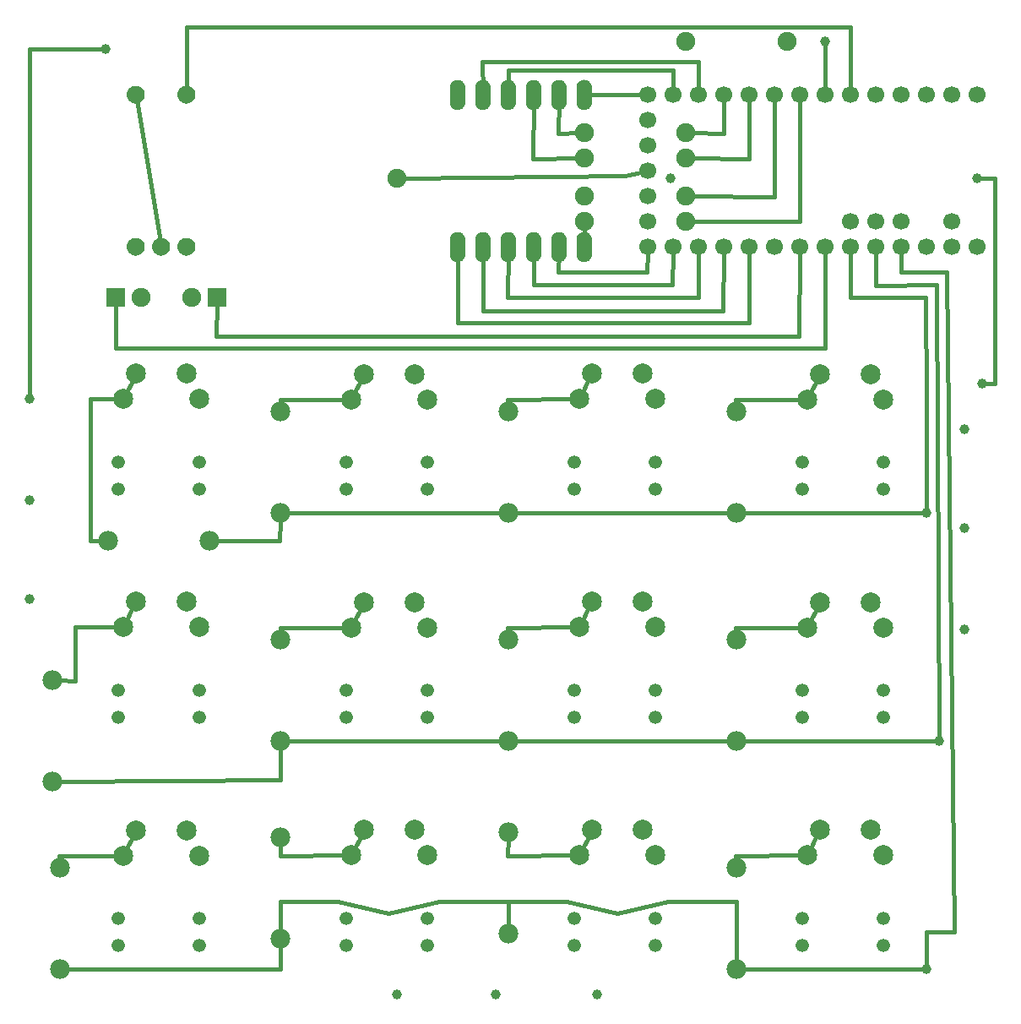
<source format=gbl>
G04 MADE WITH FRITZING*
G04 WWW.FRITZING.ORG*
G04 DOUBLE SIDED*
G04 HOLES PLATED*
G04 CONTOUR ON CENTER OF CONTOUR VECTOR*
%ASAXBY*%
%FSLAX23Y23*%
%MOIN*%
%OFA0B0*%
%SFA1.0B1.0*%
%ADD10C,0.066889*%
%ADD11C,0.039370*%
%ADD12C,0.075433*%
%ADD13C,0.075000*%
%ADD14C,0.078000*%
%ADD15C,0.070000*%
%ADD16C,0.052361*%
%ADD17C,0.078639*%
%ADD18C,0.058759*%
%ADD19R,0.075000X0.075000*%
%ADD20C,0.016000*%
%ADD21R,0.001000X0.001000*%
%LNCOPPER0*%
G90*
G70*
G54D10*
X2520Y2987D03*
X2620Y2987D03*
X2720Y2987D03*
X2820Y2987D03*
X2920Y2987D03*
X3020Y2987D03*
X3120Y2987D03*
X3220Y2987D03*
X3320Y2987D03*
X3420Y2987D03*
X3520Y2987D03*
X3620Y2987D03*
X3720Y2987D03*
X3820Y2987D03*
X3720Y3087D03*
X3420Y3087D03*
X3520Y3087D03*
X2520Y3587D03*
X2620Y3587D03*
X2720Y3587D03*
X2820Y3587D03*
X2920Y3587D03*
X3020Y3587D03*
X3120Y3587D03*
X3220Y3587D03*
X3320Y3587D03*
X3420Y3587D03*
X3520Y3587D03*
X3620Y3587D03*
X3720Y3587D03*
X3820Y3587D03*
X3320Y3087D03*
X2520Y3387D03*
X2520Y3487D03*
X2520Y3287D03*
X2520Y3087D03*
X2520Y3187D03*
G54D11*
X3220Y3797D03*
X380Y3767D03*
X80Y2387D03*
G54D12*
X1530Y3257D03*
G54D13*
X2670Y3797D03*
X3070Y3797D03*
X2270Y3087D03*
X2670Y3087D03*
X2270Y3437D03*
X2670Y3437D03*
X2270Y3337D03*
X2670Y3337D03*
X2270Y3187D03*
X2670Y3187D03*
G54D14*
X200Y537D03*
X200Y137D03*
X200Y537D03*
X200Y137D03*
X200Y537D03*
X200Y137D03*
X1070Y657D03*
X1070Y257D03*
X1070Y657D03*
X1070Y257D03*
X1070Y657D03*
X1070Y257D03*
X1970Y677D03*
X1970Y277D03*
X1970Y677D03*
X1970Y277D03*
X1970Y677D03*
X1970Y277D03*
X2870Y537D03*
X2870Y137D03*
X2870Y537D03*
X2870Y137D03*
X2870Y537D03*
X2870Y137D03*
X2870Y1437D03*
X2870Y1037D03*
X2870Y1437D03*
X2870Y1037D03*
X2870Y1437D03*
X2870Y1037D03*
X1970Y1437D03*
X1970Y1037D03*
X1970Y1437D03*
X1970Y1037D03*
X1970Y1437D03*
X1970Y1037D03*
X1070Y1437D03*
X1070Y1037D03*
X1070Y1437D03*
X1070Y1037D03*
X1070Y1437D03*
X1070Y1037D03*
X170Y1277D03*
X170Y877D03*
X170Y1277D03*
X170Y877D03*
X170Y1277D03*
X170Y877D03*
X2870Y2337D03*
X2870Y1937D03*
X2870Y2337D03*
X2870Y1937D03*
X2870Y2337D03*
X2870Y1937D03*
X1970Y2337D03*
X1970Y1937D03*
X1970Y2337D03*
X1970Y1937D03*
X1970Y2337D03*
X1970Y1937D03*
X1070Y2337D03*
X1070Y1937D03*
X1070Y2337D03*
X1070Y1937D03*
X1070Y2337D03*
X1070Y1937D03*
X390Y1827D03*
X790Y1827D03*
X390Y1827D03*
X790Y1827D03*
X390Y1827D03*
X790Y1827D03*
G54D13*
X820Y2787D03*
X720Y2787D03*
X820Y2787D03*
X720Y2787D03*
X420Y2787D03*
X520Y2787D03*
X420Y2787D03*
X520Y2787D03*
G54D15*
X500Y2987D03*
X600Y2987D03*
X700Y2987D03*
X500Y3587D03*
X700Y3587D03*
G54D16*
X750Y1238D03*
X431Y1238D03*
X750Y1132D03*
X431Y1132D03*
G54D17*
X450Y1487D03*
X500Y1587D03*
X700Y1587D03*
X750Y1487D03*
G54D16*
X750Y337D03*
X431Y337D03*
X750Y231D03*
X431Y231D03*
G54D17*
X450Y586D03*
X500Y686D03*
X700Y686D03*
X750Y586D03*
G54D16*
X3450Y2137D03*
X3131Y2137D03*
X3450Y2031D03*
X3131Y2031D03*
G54D17*
X3150Y2386D03*
X3200Y2486D03*
X3400Y2486D03*
X3450Y2386D03*
G54D16*
X2550Y2138D03*
X2231Y2138D03*
X2550Y2032D03*
X2231Y2032D03*
G54D17*
X2250Y2387D03*
X2300Y2487D03*
X2500Y2487D03*
X2550Y2387D03*
G54D16*
X1650Y2137D03*
X1331Y2137D03*
X1650Y2031D03*
X1331Y2031D03*
G54D17*
X1350Y2386D03*
X1400Y2486D03*
X1600Y2486D03*
X1650Y2386D03*
G54D16*
X750Y2138D03*
X431Y2138D03*
X750Y2032D03*
X431Y2032D03*
G54D17*
X451Y2387D03*
X500Y2487D03*
X700Y2487D03*
X750Y2387D03*
G54D16*
X3450Y1237D03*
X3131Y1237D03*
X3450Y1131D03*
X3131Y1131D03*
G54D17*
X3150Y1486D03*
X3200Y1586D03*
X3400Y1586D03*
X3450Y1486D03*
G54D16*
X2550Y1238D03*
X2231Y1238D03*
X2550Y1132D03*
X2231Y1132D03*
G54D17*
X2250Y1487D03*
X2300Y1587D03*
X2500Y1587D03*
X2550Y1487D03*
G54D16*
X1650Y1237D03*
X1331Y1237D03*
X1650Y1131D03*
X1331Y1131D03*
G54D17*
X1350Y1486D03*
X1400Y1586D03*
X1600Y1586D03*
X1650Y1486D03*
G54D16*
X1650Y338D03*
X1331Y338D03*
X1650Y232D03*
X1331Y232D03*
G54D17*
X1351Y587D03*
X1401Y687D03*
X1600Y687D03*
X1650Y587D03*
G54D16*
X2550Y338D03*
X2231Y338D03*
X2550Y232D03*
X2231Y232D03*
G54D17*
X2251Y587D03*
X2300Y687D03*
X2500Y687D03*
X2550Y587D03*
G54D16*
X3450Y338D03*
X3131Y338D03*
X3450Y232D03*
X3131Y232D03*
G54D17*
X3150Y587D03*
X3200Y687D03*
X3400Y687D03*
X3450Y587D03*
G54D11*
X3670Y1037D03*
X3620Y137D03*
X2610Y3257D03*
X3840Y2447D03*
X3820Y3257D03*
G54D18*
X1770Y3586D03*
X1870Y3586D03*
X1970Y3586D03*
X2070Y3586D03*
X2170Y3586D03*
X2270Y3587D03*
X1770Y2986D03*
X1870Y2986D03*
X1970Y2986D03*
X2070Y2986D03*
X2170Y2986D03*
X2270Y2987D03*
G54D11*
X3620Y1937D03*
X80Y1987D03*
X80Y1597D03*
X2320Y37D03*
X1920Y37D03*
X1530Y37D03*
X3770Y1477D03*
X3770Y1877D03*
X3770Y2267D03*
G54D19*
X820Y2787D03*
X820Y2787D03*
X420Y2787D03*
X420Y2787D03*
G54D20*
X3220Y3784D02*
X3220Y3612D01*
D02*
X80Y3768D02*
X367Y3767D01*
D02*
X80Y2400D02*
X80Y3768D01*
D02*
X819Y2636D02*
X3119Y2636D01*
D02*
X3119Y2636D02*
X3120Y2962D01*
D02*
X820Y2764D02*
X819Y2636D01*
D02*
X3021Y3186D02*
X2693Y3187D01*
D02*
X3020Y3562D02*
X3021Y3186D01*
D02*
X3120Y3088D02*
X2693Y3087D01*
D02*
X3120Y3562D02*
X3120Y3088D01*
D02*
X2920Y3336D02*
X2693Y3337D01*
D02*
X2920Y3562D02*
X2920Y3336D01*
D02*
X2820Y3436D02*
X2693Y3437D01*
D02*
X2820Y3562D02*
X2820Y3436D01*
D02*
X1070Y137D02*
X225Y137D01*
D02*
X1070Y232D02*
X1070Y137D01*
D02*
X1499Y357D02*
X1699Y406D01*
D02*
X1299Y406D02*
X1499Y357D01*
D02*
X1699Y406D02*
X1971Y406D01*
D02*
X1971Y406D02*
X1970Y302D01*
D02*
X1070Y282D02*
X1070Y406D01*
D02*
X1971Y406D02*
X1970Y302D01*
D02*
X2200Y406D02*
X1971Y406D01*
D02*
X2600Y406D02*
X2400Y357D01*
D02*
X2400Y357D02*
X2200Y406D01*
D02*
X2870Y162D02*
X2870Y406D01*
D02*
X3606Y137D02*
X2895Y137D01*
D02*
X2845Y1037D02*
X1995Y1037D01*
D02*
X3657Y1037D02*
X2895Y1037D01*
D02*
X1945Y1037D02*
X1095Y1037D01*
D02*
X1070Y1012D02*
X1070Y885D01*
D02*
X2869Y2386D02*
X2870Y2362D01*
D02*
X3126Y2386D02*
X2869Y2386D01*
D02*
X1969Y2386D02*
X1970Y2362D01*
D02*
X2226Y2387D02*
X1969Y2386D01*
D02*
X1945Y1937D02*
X1095Y1937D01*
D02*
X2845Y1937D02*
X1995Y1937D01*
D02*
X3126Y587D02*
X2869Y586D01*
D02*
X2869Y586D02*
X2870Y562D01*
D02*
X3161Y609D02*
X3189Y666D01*
D02*
X2227Y587D02*
X1969Y586D01*
D02*
X1969Y586D02*
X1970Y652D01*
D02*
X2261Y609D02*
X2290Y666D01*
D02*
X1361Y609D02*
X1390Y665D01*
D02*
X1327Y587D02*
X1070Y586D01*
D02*
X1070Y586D02*
X1070Y632D01*
D02*
X461Y608D02*
X490Y665D01*
D02*
X426Y586D02*
X199Y586D01*
D02*
X199Y586D02*
X200Y562D01*
D02*
X461Y1509D02*
X489Y1566D01*
D02*
X1326Y1486D02*
X1070Y1486D01*
D02*
X1070Y1486D02*
X1070Y1462D01*
D02*
X1361Y1508D02*
X1390Y1565D01*
D02*
X2226Y1487D02*
X1969Y1486D01*
D02*
X1969Y1486D02*
X1970Y1462D01*
D02*
X2289Y1565D02*
X2261Y1509D01*
D02*
X3126Y1486D02*
X2869Y1486D01*
D02*
X2869Y1486D02*
X2869Y1462D01*
D02*
X3161Y1508D02*
X3190Y1565D01*
D02*
X3161Y2408D02*
X3190Y2465D01*
D02*
X2261Y2409D02*
X2289Y2466D01*
D02*
X1361Y2408D02*
X1390Y2465D01*
D02*
X461Y2409D02*
X490Y2466D01*
D02*
X1326Y2386D02*
X1070Y2386D01*
D02*
X1070Y2386D02*
X1070Y2362D01*
D02*
X3220Y2962D02*
X3221Y2587D01*
D02*
X3221Y2587D02*
X420Y2587D01*
D02*
X420Y2587D02*
X420Y2764D01*
D02*
X700Y3856D02*
X700Y3608D01*
D02*
X3320Y3856D02*
X700Y3856D01*
D02*
X3320Y3612D02*
X3320Y3856D01*
D02*
X3730Y286D02*
X3701Y2888D01*
D02*
X3620Y286D02*
X3730Y286D01*
D02*
X3620Y150D02*
X3620Y286D01*
D02*
X3701Y2888D02*
X3521Y2887D01*
D02*
X3521Y2887D02*
X3520Y2962D01*
D02*
X3661Y2837D02*
X3421Y2835D01*
D02*
X3421Y2835D02*
X3420Y2962D01*
D02*
X3670Y1050D02*
X3661Y2837D01*
D02*
X1069Y1828D02*
X1070Y1906D01*
D02*
X821Y1827D02*
X1069Y1828D01*
D02*
X320Y2388D02*
X320Y1828D01*
D02*
X320Y1828D02*
X359Y1827D01*
D02*
X421Y2387D02*
X320Y2388D01*
D02*
X260Y1276D02*
X260Y1488D01*
D02*
X260Y1488D02*
X421Y1487D01*
D02*
X201Y1277D02*
X260Y1276D01*
D02*
X3891Y3257D02*
X3834Y3257D01*
D02*
X3891Y2447D02*
X3891Y3257D01*
D02*
X3854Y2447D02*
X3891Y2447D01*
D02*
X2431Y3268D02*
X2495Y3282D01*
D02*
X1553Y3257D02*
X2431Y3268D01*
D02*
X504Y3567D02*
X597Y3007D01*
D02*
X2069Y3336D02*
X2070Y3565D01*
D02*
X1869Y3718D02*
X2721Y3718D01*
D02*
X2169Y2888D02*
X2170Y2965D01*
D02*
X2620Y3612D02*
X2620Y3686D01*
D02*
X2519Y2888D02*
X2169Y2888D01*
D02*
X2720Y2787D02*
X1969Y2787D01*
D02*
X2720Y2962D02*
X2720Y2787D01*
D02*
X1870Y3606D02*
X1869Y3718D01*
D02*
X2169Y3436D02*
X2170Y3565D01*
D02*
X2818Y2736D02*
X1871Y2736D01*
D02*
X2071Y2837D02*
X2070Y2965D01*
D02*
X2247Y3337D02*
X2069Y3336D01*
D02*
X1969Y2787D02*
X1970Y2965D01*
D02*
X2270Y3064D02*
X2270Y3008D01*
D02*
X2620Y2962D02*
X2619Y2837D01*
D02*
X2520Y2962D02*
X2519Y2888D01*
D02*
X2619Y2837D02*
X2071Y2837D01*
D02*
X2920Y2689D02*
X1770Y2689D01*
D02*
X1770Y2689D02*
X1770Y2965D01*
D02*
X1970Y3686D02*
X1970Y3606D01*
D02*
X2721Y3718D02*
X2720Y3612D01*
D02*
X2620Y3686D02*
X1970Y3686D01*
D02*
X2820Y2962D02*
X2818Y2736D01*
D02*
X2920Y2962D02*
X2920Y2689D01*
D02*
X2247Y3437D02*
X2169Y3436D01*
D02*
X2495Y3587D02*
X2291Y3587D01*
D02*
X1871Y2736D02*
X1870Y2965D01*
D02*
X3607Y1937D02*
X2895Y1937D01*
D02*
X3618Y2787D02*
X3321Y2788D01*
D02*
X3321Y2788D02*
X3320Y2962D01*
D02*
X3622Y2386D02*
X3618Y2787D01*
D02*
X3620Y1950D02*
X3622Y2386D01*
D02*
X1070Y885D02*
X195Y877D01*
D02*
X2870Y406D02*
X2600Y406D01*
D02*
X1070Y406D02*
X1299Y406D01*
G54D21*
X1770Y3646D02*
X1771Y3646D01*
X1870Y3646D02*
X1871Y3646D01*
X1970Y3646D02*
X1971Y3646D01*
X2070Y3646D02*
X2071Y3646D01*
X2170Y3646D02*
X2171Y3646D01*
X2269Y3646D02*
X2271Y3646D01*
X1763Y3645D02*
X1777Y3645D01*
X1863Y3645D02*
X1877Y3645D01*
X1963Y3645D02*
X1977Y3645D01*
X2063Y3645D02*
X2077Y3645D01*
X2163Y3645D02*
X2177Y3645D01*
X2263Y3645D02*
X2277Y3645D01*
X1760Y3644D02*
X1780Y3644D01*
X1860Y3644D02*
X1880Y3644D01*
X1960Y3644D02*
X1980Y3644D01*
X2060Y3644D02*
X2080Y3644D01*
X2160Y3644D02*
X2180Y3644D01*
X2260Y3644D02*
X2280Y3644D01*
X1757Y3643D02*
X1783Y3643D01*
X1857Y3643D02*
X1883Y3643D01*
X1957Y3643D02*
X1983Y3643D01*
X2057Y3643D02*
X2083Y3643D01*
X2157Y3643D02*
X2183Y3643D01*
X2257Y3643D02*
X2283Y3643D01*
X1756Y3642D02*
X1785Y3642D01*
X1856Y3642D02*
X1885Y3642D01*
X1956Y3642D02*
X1985Y3642D01*
X2056Y3642D02*
X2085Y3642D01*
X2156Y3642D02*
X2185Y3642D01*
X2256Y3642D02*
X2285Y3642D01*
X1754Y3641D02*
X1786Y3641D01*
X1854Y3641D02*
X1886Y3641D01*
X1954Y3641D02*
X1986Y3641D01*
X2054Y3641D02*
X2086Y3641D01*
X2154Y3641D02*
X2186Y3641D01*
X2254Y3641D02*
X2286Y3641D01*
X1753Y3640D02*
X1788Y3640D01*
X1853Y3640D02*
X1888Y3640D01*
X1953Y3640D02*
X1988Y3640D01*
X2053Y3640D02*
X2088Y3640D01*
X2153Y3640D02*
X2188Y3640D01*
X2252Y3640D02*
X2288Y3640D01*
X1751Y3639D02*
X1789Y3639D01*
X1851Y3639D02*
X1889Y3639D01*
X1951Y3639D02*
X1989Y3639D01*
X2051Y3639D02*
X2089Y3639D01*
X2151Y3639D02*
X2189Y3639D01*
X2251Y3639D02*
X2289Y3639D01*
X1750Y3638D02*
X1790Y3638D01*
X1850Y3638D02*
X1890Y3638D01*
X1950Y3638D02*
X1990Y3638D01*
X2050Y3638D02*
X2090Y3638D01*
X2150Y3638D02*
X2190Y3638D01*
X2250Y3638D02*
X2290Y3638D01*
X1749Y3637D02*
X1791Y3637D01*
X1849Y3637D02*
X1891Y3637D01*
X1949Y3637D02*
X1991Y3637D01*
X2049Y3637D02*
X2091Y3637D01*
X2149Y3637D02*
X2191Y3637D01*
X2249Y3637D02*
X2291Y3637D01*
X1748Y3636D02*
X1792Y3636D01*
X1848Y3636D02*
X1892Y3636D01*
X1948Y3636D02*
X1992Y3636D01*
X2048Y3636D02*
X2092Y3636D01*
X2148Y3636D02*
X2192Y3636D01*
X2248Y3636D02*
X2292Y3636D01*
X1747Y3635D02*
X1793Y3635D01*
X1847Y3635D02*
X1893Y3635D01*
X1947Y3635D02*
X1993Y3635D01*
X2047Y3635D02*
X2093Y3635D01*
X2147Y3635D02*
X2193Y3635D01*
X2247Y3635D02*
X2293Y3635D01*
X1747Y3634D02*
X1794Y3634D01*
X1847Y3634D02*
X1894Y3634D01*
X1947Y3634D02*
X1994Y3634D01*
X2047Y3634D02*
X2094Y3634D01*
X2147Y3634D02*
X2194Y3634D01*
X2247Y3634D02*
X2294Y3634D01*
X1746Y3633D02*
X1794Y3633D01*
X1846Y3633D02*
X1894Y3633D01*
X1946Y3633D02*
X1994Y3633D01*
X2046Y3633D02*
X2094Y3633D01*
X2146Y3633D02*
X2194Y3633D01*
X2246Y3633D02*
X2294Y3633D01*
X1745Y3632D02*
X1795Y3632D01*
X1845Y3632D02*
X1895Y3632D01*
X1945Y3632D02*
X1995Y3632D01*
X2045Y3632D02*
X2095Y3632D01*
X2145Y3632D02*
X2195Y3632D01*
X2245Y3632D02*
X2295Y3632D01*
X1745Y3631D02*
X1796Y3631D01*
X1845Y3631D02*
X1896Y3631D01*
X1945Y3631D02*
X1996Y3631D01*
X2045Y3631D02*
X2096Y3631D01*
X2145Y3631D02*
X2196Y3631D01*
X2245Y3631D02*
X2296Y3631D01*
X1744Y3630D02*
X1796Y3630D01*
X1844Y3630D02*
X1896Y3630D01*
X1944Y3630D02*
X1996Y3630D01*
X2044Y3630D02*
X2096Y3630D01*
X2144Y3630D02*
X2196Y3630D01*
X2244Y3630D02*
X2296Y3630D01*
X1744Y3629D02*
X1797Y3629D01*
X1844Y3629D02*
X1897Y3629D01*
X1944Y3629D02*
X1997Y3629D01*
X2044Y3629D02*
X2097Y3629D01*
X2144Y3629D02*
X2197Y3629D01*
X2243Y3629D02*
X2297Y3629D01*
X1743Y3628D02*
X1797Y3628D01*
X1843Y3628D02*
X1897Y3628D01*
X1943Y3628D02*
X1997Y3628D01*
X2043Y3628D02*
X2097Y3628D01*
X2143Y3628D02*
X2197Y3628D01*
X2243Y3628D02*
X2297Y3628D01*
X1743Y3627D02*
X1797Y3627D01*
X1843Y3627D02*
X1897Y3627D01*
X1943Y3627D02*
X1997Y3627D01*
X2043Y3627D02*
X2097Y3627D01*
X2143Y3627D02*
X2197Y3627D01*
X2243Y3627D02*
X2297Y3627D01*
X1742Y3626D02*
X1798Y3626D01*
X1842Y3626D02*
X1898Y3626D01*
X1942Y3626D02*
X1998Y3626D01*
X2042Y3626D02*
X2098Y3626D01*
X2142Y3626D02*
X2198Y3626D01*
X2242Y3626D02*
X2298Y3626D01*
X1742Y3625D02*
X1798Y3625D01*
X1842Y3625D02*
X1898Y3625D01*
X1942Y3625D02*
X1998Y3625D01*
X2042Y3625D02*
X2098Y3625D01*
X2142Y3625D02*
X2198Y3625D01*
X2242Y3625D02*
X2298Y3625D01*
X1742Y3624D02*
X1798Y3624D01*
X1842Y3624D02*
X1898Y3624D01*
X1942Y3624D02*
X1998Y3624D01*
X2042Y3624D02*
X2098Y3624D01*
X2142Y3624D02*
X2198Y3624D01*
X2242Y3624D02*
X2298Y3624D01*
X1741Y3623D02*
X1799Y3623D01*
X1841Y3623D02*
X1899Y3623D01*
X1941Y3623D02*
X1999Y3623D01*
X2041Y3623D02*
X2099Y3623D01*
X2141Y3623D02*
X2199Y3623D01*
X2241Y3623D02*
X2299Y3623D01*
X495Y3622D02*
X504Y3622D01*
X695Y3622D02*
X704Y3622D01*
X1741Y3622D02*
X1799Y3622D01*
X1841Y3622D02*
X1899Y3622D01*
X1941Y3622D02*
X1999Y3622D01*
X2041Y3622D02*
X2099Y3622D01*
X2141Y3622D02*
X2199Y3622D01*
X2241Y3622D02*
X2299Y3622D01*
X491Y3621D02*
X508Y3621D01*
X691Y3621D02*
X708Y3621D01*
X1741Y3621D02*
X1799Y3621D01*
X1841Y3621D02*
X1899Y3621D01*
X1941Y3621D02*
X1999Y3621D01*
X2041Y3621D02*
X2099Y3621D01*
X2141Y3621D02*
X2199Y3621D01*
X2241Y3621D02*
X2299Y3621D01*
X488Y3620D02*
X511Y3620D01*
X688Y3620D02*
X711Y3620D01*
X1741Y3620D02*
X1799Y3620D01*
X1841Y3620D02*
X1899Y3620D01*
X1941Y3620D02*
X1999Y3620D01*
X2041Y3620D02*
X2099Y3620D01*
X2141Y3620D02*
X2199Y3620D01*
X2241Y3620D02*
X2299Y3620D01*
X485Y3619D02*
X514Y3619D01*
X685Y3619D02*
X714Y3619D01*
X1741Y3619D02*
X1799Y3619D01*
X1841Y3619D02*
X1899Y3619D01*
X1941Y3619D02*
X1999Y3619D01*
X2041Y3619D02*
X2099Y3619D01*
X2141Y3619D02*
X2199Y3619D01*
X2241Y3619D02*
X2299Y3619D01*
X483Y3618D02*
X516Y3618D01*
X683Y3618D02*
X716Y3618D01*
X1741Y3618D02*
X1799Y3618D01*
X1841Y3618D02*
X1899Y3618D01*
X1941Y3618D02*
X1999Y3618D01*
X2041Y3618D02*
X2099Y3618D01*
X2141Y3618D02*
X2199Y3618D01*
X2241Y3618D02*
X2299Y3618D01*
X482Y3617D02*
X518Y3617D01*
X682Y3617D02*
X718Y3617D01*
X1741Y3617D02*
X1800Y3617D01*
X1841Y3617D02*
X1900Y3617D01*
X1941Y3617D02*
X2000Y3617D01*
X2041Y3617D02*
X2100Y3617D01*
X2141Y3617D02*
X2200Y3617D01*
X2241Y3617D02*
X2299Y3617D01*
X480Y3616D02*
X519Y3616D01*
X680Y3616D02*
X719Y3616D01*
X1741Y3616D02*
X1800Y3616D01*
X1841Y3616D02*
X1900Y3616D01*
X1941Y3616D02*
X2000Y3616D01*
X2041Y3616D02*
X2100Y3616D01*
X2141Y3616D02*
X2200Y3616D01*
X2241Y3616D02*
X2300Y3616D01*
X479Y3615D02*
X521Y3615D01*
X679Y3615D02*
X721Y3615D01*
X1741Y3615D02*
X1800Y3615D01*
X1841Y3615D02*
X1900Y3615D01*
X1941Y3615D02*
X2000Y3615D01*
X2041Y3615D02*
X2100Y3615D01*
X2141Y3615D02*
X2200Y3615D01*
X2241Y3615D02*
X2300Y3615D01*
X477Y3614D02*
X522Y3614D01*
X677Y3614D02*
X722Y3614D01*
X1741Y3614D02*
X1800Y3614D01*
X1841Y3614D02*
X1900Y3614D01*
X1941Y3614D02*
X2000Y3614D01*
X2041Y3614D02*
X2100Y3614D01*
X2141Y3614D02*
X2200Y3614D01*
X2241Y3614D02*
X2300Y3614D01*
X476Y3613D02*
X523Y3613D01*
X676Y3613D02*
X723Y3613D01*
X1741Y3613D02*
X1800Y3613D01*
X1841Y3613D02*
X1900Y3613D01*
X1941Y3613D02*
X2000Y3613D01*
X2041Y3613D02*
X2100Y3613D01*
X2141Y3613D02*
X2200Y3613D01*
X2241Y3613D02*
X2300Y3613D01*
X475Y3612D02*
X524Y3612D01*
X675Y3612D02*
X724Y3612D01*
X1741Y3612D02*
X1800Y3612D01*
X1841Y3612D02*
X1900Y3612D01*
X1941Y3612D02*
X2000Y3612D01*
X2041Y3612D02*
X2100Y3612D01*
X2141Y3612D02*
X2200Y3612D01*
X2241Y3612D02*
X2300Y3612D01*
X474Y3611D02*
X525Y3611D01*
X674Y3611D02*
X725Y3611D01*
X1741Y3611D02*
X1800Y3611D01*
X1841Y3611D02*
X1900Y3611D01*
X1941Y3611D02*
X2000Y3611D01*
X2041Y3611D02*
X2100Y3611D01*
X2141Y3611D02*
X2200Y3611D01*
X2241Y3611D02*
X2300Y3611D01*
X473Y3610D02*
X526Y3610D01*
X673Y3610D02*
X726Y3610D01*
X1741Y3610D02*
X1800Y3610D01*
X1841Y3610D02*
X1900Y3610D01*
X1941Y3610D02*
X2000Y3610D01*
X2041Y3610D02*
X2100Y3610D01*
X2141Y3610D02*
X2200Y3610D01*
X2241Y3610D02*
X2300Y3610D01*
X473Y3609D02*
X527Y3609D01*
X673Y3609D02*
X727Y3609D01*
X1741Y3609D02*
X1800Y3609D01*
X1841Y3609D02*
X1900Y3609D01*
X1941Y3609D02*
X2000Y3609D01*
X2041Y3609D02*
X2100Y3609D01*
X2141Y3609D02*
X2200Y3609D01*
X2241Y3609D02*
X2300Y3609D01*
X472Y3608D02*
X527Y3608D01*
X672Y3608D02*
X727Y3608D01*
X1741Y3608D02*
X1800Y3608D01*
X1841Y3608D02*
X1900Y3608D01*
X1941Y3608D02*
X2000Y3608D01*
X2041Y3608D02*
X2100Y3608D01*
X2141Y3608D02*
X2200Y3608D01*
X2241Y3608D02*
X2300Y3608D01*
X471Y3607D02*
X528Y3607D01*
X671Y3607D02*
X728Y3607D01*
X1741Y3607D02*
X1800Y3607D01*
X1841Y3607D02*
X1900Y3607D01*
X1941Y3607D02*
X2000Y3607D01*
X2041Y3607D02*
X2100Y3607D01*
X2141Y3607D02*
X2200Y3607D01*
X2241Y3607D02*
X2300Y3607D01*
X471Y3606D02*
X529Y3606D01*
X671Y3606D02*
X729Y3606D01*
X1741Y3606D02*
X1769Y3606D01*
X1771Y3606D02*
X1800Y3606D01*
X1841Y3606D02*
X1869Y3606D01*
X1871Y3606D02*
X1900Y3606D01*
X1941Y3606D02*
X1969Y3606D01*
X1971Y3606D02*
X2000Y3606D01*
X2041Y3606D02*
X2069Y3606D01*
X2071Y3606D02*
X2100Y3606D01*
X2141Y3606D02*
X2169Y3606D01*
X2171Y3606D02*
X2200Y3606D01*
X2241Y3606D02*
X2269Y3606D01*
X2271Y3606D02*
X2300Y3606D01*
X470Y3605D02*
X529Y3605D01*
X670Y3605D02*
X729Y3605D01*
X1741Y3605D02*
X1763Y3605D01*
X1777Y3605D02*
X1800Y3605D01*
X1841Y3605D02*
X1863Y3605D01*
X1877Y3605D02*
X1900Y3605D01*
X1941Y3605D02*
X1963Y3605D01*
X1977Y3605D02*
X2000Y3605D01*
X2041Y3605D02*
X2063Y3605D01*
X2077Y3605D02*
X2100Y3605D01*
X2141Y3605D02*
X2163Y3605D01*
X2177Y3605D02*
X2200Y3605D01*
X2241Y3605D02*
X2263Y3605D01*
X2277Y3605D02*
X2300Y3605D01*
X469Y3604D02*
X530Y3604D01*
X669Y3604D02*
X730Y3604D01*
X1741Y3604D02*
X1761Y3604D01*
X1779Y3604D02*
X1800Y3604D01*
X1841Y3604D02*
X1861Y3604D01*
X1879Y3604D02*
X1900Y3604D01*
X1941Y3604D02*
X1961Y3604D01*
X1979Y3604D02*
X2000Y3604D01*
X2041Y3604D02*
X2061Y3604D01*
X2079Y3604D02*
X2100Y3604D01*
X2141Y3604D02*
X2161Y3604D01*
X2179Y3604D02*
X2200Y3604D01*
X2241Y3604D02*
X2261Y3604D01*
X2279Y3604D02*
X2300Y3604D01*
X469Y3603D02*
X530Y3603D01*
X669Y3603D02*
X730Y3603D01*
X1741Y3603D02*
X1759Y3603D01*
X1781Y3603D02*
X1800Y3603D01*
X1841Y3603D02*
X1859Y3603D01*
X1881Y3603D02*
X1900Y3603D01*
X1941Y3603D02*
X1959Y3603D01*
X1981Y3603D02*
X2000Y3603D01*
X2041Y3603D02*
X2059Y3603D01*
X2081Y3603D02*
X2100Y3603D01*
X2141Y3603D02*
X2159Y3603D01*
X2181Y3603D02*
X2200Y3603D01*
X2241Y3603D02*
X2259Y3603D01*
X2281Y3603D02*
X2300Y3603D01*
X469Y3602D02*
X495Y3602D01*
X504Y3602D02*
X531Y3602D01*
X669Y3602D02*
X695Y3602D01*
X704Y3602D02*
X731Y3602D01*
X1741Y3602D02*
X1758Y3602D01*
X1782Y3602D02*
X1800Y3602D01*
X1841Y3602D02*
X1858Y3602D01*
X1882Y3602D02*
X1900Y3602D01*
X1941Y3602D02*
X1958Y3602D01*
X1982Y3602D02*
X2000Y3602D01*
X2041Y3602D02*
X2058Y3602D01*
X2082Y3602D02*
X2100Y3602D01*
X2141Y3602D02*
X2158Y3602D01*
X2182Y3602D02*
X2200Y3602D01*
X2241Y3602D02*
X2258Y3602D01*
X2282Y3602D02*
X2300Y3602D01*
X468Y3601D02*
X492Y3601D01*
X507Y3601D02*
X531Y3601D01*
X668Y3601D02*
X692Y3601D01*
X707Y3601D02*
X731Y3601D01*
X1741Y3601D02*
X1756Y3601D01*
X1784Y3601D02*
X1800Y3601D01*
X1841Y3601D02*
X1856Y3601D01*
X1884Y3601D02*
X1900Y3601D01*
X1941Y3601D02*
X1956Y3601D01*
X1984Y3601D02*
X2000Y3601D01*
X2041Y3601D02*
X2056Y3601D01*
X2084Y3601D02*
X2100Y3601D01*
X2141Y3601D02*
X2156Y3601D01*
X2184Y3601D02*
X2200Y3601D01*
X2241Y3601D02*
X2256Y3601D01*
X2284Y3601D02*
X2300Y3601D01*
X468Y3600D02*
X491Y3600D01*
X508Y3600D02*
X532Y3600D01*
X668Y3600D02*
X691Y3600D01*
X708Y3600D02*
X732Y3600D01*
X1741Y3600D02*
X1755Y3600D01*
X1785Y3600D02*
X1800Y3600D01*
X1841Y3600D02*
X1855Y3600D01*
X1885Y3600D02*
X1900Y3600D01*
X1941Y3600D02*
X1955Y3600D01*
X1985Y3600D02*
X2000Y3600D01*
X2041Y3600D02*
X2055Y3600D01*
X2085Y3600D02*
X2100Y3600D01*
X2141Y3600D02*
X2155Y3600D01*
X2185Y3600D02*
X2200Y3600D01*
X2241Y3600D02*
X2255Y3600D01*
X2285Y3600D02*
X2300Y3600D01*
X467Y3599D02*
X490Y3599D01*
X510Y3599D02*
X532Y3599D01*
X667Y3599D02*
X690Y3599D01*
X710Y3599D02*
X732Y3599D01*
X1741Y3599D02*
X1754Y3599D01*
X1786Y3599D02*
X1800Y3599D01*
X1841Y3599D02*
X1854Y3599D01*
X1886Y3599D02*
X1900Y3599D01*
X1941Y3599D02*
X1954Y3599D01*
X1986Y3599D02*
X2000Y3599D01*
X2041Y3599D02*
X2054Y3599D01*
X2086Y3599D02*
X2100Y3599D01*
X2141Y3599D02*
X2154Y3599D01*
X2186Y3599D02*
X2200Y3599D01*
X2241Y3599D02*
X2254Y3599D01*
X2286Y3599D02*
X2300Y3599D01*
X467Y3598D02*
X488Y3598D01*
X511Y3598D02*
X532Y3598D01*
X667Y3598D02*
X688Y3598D01*
X711Y3598D02*
X732Y3598D01*
X1741Y3598D02*
X1754Y3598D01*
X1786Y3598D02*
X1800Y3598D01*
X1841Y3598D02*
X1854Y3598D01*
X1886Y3598D02*
X1900Y3598D01*
X1941Y3598D02*
X1954Y3598D01*
X1986Y3598D02*
X2000Y3598D01*
X2041Y3598D02*
X2054Y3598D01*
X2086Y3598D02*
X2100Y3598D01*
X2141Y3598D02*
X2154Y3598D01*
X2186Y3598D02*
X2200Y3598D01*
X2241Y3598D02*
X2254Y3598D01*
X2286Y3598D02*
X2300Y3598D01*
X467Y3597D02*
X488Y3597D01*
X512Y3597D02*
X533Y3597D01*
X667Y3597D02*
X688Y3597D01*
X712Y3597D02*
X733Y3597D01*
X1741Y3597D02*
X1753Y3597D01*
X1787Y3597D02*
X1800Y3597D01*
X1841Y3597D02*
X1853Y3597D01*
X1887Y3597D02*
X1900Y3597D01*
X1941Y3597D02*
X1953Y3597D01*
X1987Y3597D02*
X2000Y3597D01*
X2041Y3597D02*
X2053Y3597D01*
X2087Y3597D02*
X2100Y3597D01*
X2141Y3597D02*
X2153Y3597D01*
X2187Y3597D02*
X2200Y3597D01*
X2241Y3597D02*
X2253Y3597D01*
X2287Y3597D02*
X2300Y3597D01*
X466Y3596D02*
X487Y3596D01*
X513Y3596D02*
X533Y3596D01*
X666Y3596D02*
X687Y3596D01*
X713Y3596D02*
X733Y3596D01*
X1741Y3596D02*
X1752Y3596D01*
X1788Y3596D02*
X1800Y3596D01*
X1841Y3596D02*
X1852Y3596D01*
X1888Y3596D02*
X1900Y3596D01*
X1941Y3596D02*
X1952Y3596D01*
X1988Y3596D02*
X2000Y3596D01*
X2041Y3596D02*
X2052Y3596D01*
X2088Y3596D02*
X2100Y3596D01*
X2141Y3596D02*
X2152Y3596D01*
X2188Y3596D02*
X2200Y3596D01*
X2241Y3596D02*
X2252Y3596D01*
X2288Y3596D02*
X2300Y3596D01*
X466Y3595D02*
X486Y3595D01*
X513Y3595D02*
X533Y3595D01*
X666Y3595D02*
X686Y3595D01*
X713Y3595D02*
X733Y3595D01*
X1741Y3595D02*
X1752Y3595D01*
X1788Y3595D02*
X1800Y3595D01*
X1841Y3595D02*
X1852Y3595D01*
X1888Y3595D02*
X1900Y3595D01*
X1941Y3595D02*
X1952Y3595D01*
X1988Y3595D02*
X2000Y3595D01*
X2041Y3595D02*
X2052Y3595D01*
X2088Y3595D02*
X2100Y3595D01*
X2141Y3595D02*
X2152Y3595D01*
X2188Y3595D02*
X2200Y3595D01*
X2241Y3595D02*
X2252Y3595D01*
X2288Y3595D02*
X2300Y3595D01*
X466Y3594D02*
X485Y3594D01*
X514Y3594D02*
X533Y3594D01*
X666Y3594D02*
X685Y3594D01*
X714Y3594D02*
X733Y3594D01*
X1741Y3594D02*
X1751Y3594D01*
X1789Y3594D02*
X1800Y3594D01*
X1841Y3594D02*
X1851Y3594D01*
X1889Y3594D02*
X1900Y3594D01*
X1941Y3594D02*
X1951Y3594D01*
X1989Y3594D02*
X2000Y3594D01*
X2041Y3594D02*
X2051Y3594D01*
X2089Y3594D02*
X2100Y3594D01*
X2141Y3594D02*
X2151Y3594D01*
X2189Y3594D02*
X2200Y3594D01*
X2241Y3594D02*
X2251Y3594D01*
X2289Y3594D02*
X2300Y3594D01*
X466Y3593D02*
X485Y3593D01*
X514Y3593D02*
X534Y3593D01*
X666Y3593D02*
X685Y3593D01*
X714Y3593D02*
X734Y3593D01*
X1741Y3593D02*
X1751Y3593D01*
X1789Y3593D02*
X1800Y3593D01*
X1841Y3593D02*
X1851Y3593D01*
X1889Y3593D02*
X1900Y3593D01*
X1941Y3593D02*
X1951Y3593D01*
X1989Y3593D02*
X2000Y3593D01*
X2041Y3593D02*
X2051Y3593D01*
X2089Y3593D02*
X2100Y3593D01*
X2141Y3593D02*
X2151Y3593D01*
X2189Y3593D02*
X2200Y3593D01*
X2241Y3593D02*
X2251Y3593D01*
X2289Y3593D02*
X2300Y3593D01*
X466Y3592D02*
X485Y3592D01*
X515Y3592D02*
X534Y3592D01*
X666Y3592D02*
X685Y3592D01*
X715Y3592D02*
X734Y3592D01*
X1741Y3592D02*
X1751Y3592D01*
X1790Y3592D02*
X1800Y3592D01*
X1841Y3592D02*
X1851Y3592D01*
X1890Y3592D02*
X1900Y3592D01*
X1941Y3592D02*
X1951Y3592D01*
X1990Y3592D02*
X2000Y3592D01*
X2041Y3592D02*
X2051Y3592D01*
X2090Y3592D02*
X2100Y3592D01*
X2141Y3592D02*
X2151Y3592D01*
X2190Y3592D02*
X2200Y3592D01*
X2241Y3592D02*
X2251Y3592D01*
X2290Y3592D02*
X2300Y3592D01*
X465Y3591D02*
X484Y3591D01*
X515Y3591D02*
X534Y3591D01*
X665Y3591D02*
X684Y3591D01*
X715Y3591D02*
X734Y3591D01*
X1741Y3591D02*
X1750Y3591D01*
X1790Y3591D02*
X1800Y3591D01*
X1841Y3591D02*
X1850Y3591D01*
X1890Y3591D02*
X1900Y3591D01*
X1941Y3591D02*
X1950Y3591D01*
X1990Y3591D02*
X2000Y3591D01*
X2041Y3591D02*
X2050Y3591D01*
X2090Y3591D02*
X2100Y3591D01*
X2141Y3591D02*
X2150Y3591D01*
X2190Y3591D02*
X2200Y3591D01*
X2241Y3591D02*
X2250Y3591D01*
X2290Y3591D02*
X2300Y3591D01*
X465Y3590D02*
X484Y3590D01*
X515Y3590D02*
X534Y3590D01*
X665Y3590D02*
X684Y3590D01*
X715Y3590D02*
X734Y3590D01*
X1741Y3590D02*
X1750Y3590D01*
X1790Y3590D02*
X1800Y3590D01*
X1841Y3590D02*
X1850Y3590D01*
X1890Y3590D02*
X1900Y3590D01*
X1941Y3590D02*
X1950Y3590D01*
X1990Y3590D02*
X2000Y3590D01*
X2041Y3590D02*
X2050Y3590D01*
X2090Y3590D02*
X2100Y3590D01*
X2141Y3590D02*
X2150Y3590D01*
X2190Y3590D02*
X2200Y3590D01*
X2241Y3590D02*
X2250Y3590D01*
X2290Y3590D02*
X2300Y3590D01*
X465Y3589D02*
X484Y3589D01*
X515Y3589D02*
X534Y3589D01*
X665Y3589D02*
X684Y3589D01*
X715Y3589D02*
X734Y3589D01*
X1741Y3589D02*
X1750Y3589D01*
X1790Y3589D02*
X1800Y3589D01*
X1841Y3589D02*
X1850Y3589D01*
X1890Y3589D02*
X1900Y3589D01*
X1941Y3589D02*
X1950Y3589D01*
X1990Y3589D02*
X2000Y3589D01*
X2041Y3589D02*
X2050Y3589D01*
X2090Y3589D02*
X2100Y3589D01*
X2141Y3589D02*
X2150Y3589D01*
X2190Y3589D02*
X2200Y3589D01*
X2241Y3589D02*
X2250Y3589D01*
X2290Y3589D02*
X2300Y3589D01*
X465Y3588D02*
X484Y3588D01*
X515Y3588D02*
X534Y3588D01*
X665Y3588D02*
X684Y3588D01*
X715Y3588D02*
X734Y3588D01*
X1741Y3588D02*
X1750Y3588D01*
X1790Y3588D02*
X1800Y3588D01*
X1841Y3588D02*
X1850Y3588D01*
X1890Y3588D02*
X1900Y3588D01*
X1941Y3588D02*
X1950Y3588D01*
X1990Y3588D02*
X2000Y3588D01*
X2041Y3588D02*
X2050Y3588D01*
X2090Y3588D02*
X2100Y3588D01*
X2141Y3588D02*
X2150Y3588D01*
X2190Y3588D02*
X2200Y3588D01*
X2241Y3588D02*
X2250Y3588D01*
X2290Y3588D02*
X2300Y3588D01*
X465Y3587D02*
X484Y3587D01*
X515Y3587D02*
X534Y3587D01*
X665Y3587D02*
X684Y3587D01*
X715Y3587D02*
X734Y3587D01*
X1741Y3587D02*
X1750Y3587D01*
X1790Y3587D02*
X1800Y3587D01*
X1841Y3587D02*
X1850Y3587D01*
X1890Y3587D02*
X1900Y3587D01*
X1941Y3587D02*
X1950Y3587D01*
X1990Y3587D02*
X2000Y3587D01*
X2041Y3587D02*
X2050Y3587D01*
X2090Y3587D02*
X2100Y3587D01*
X2141Y3587D02*
X2150Y3587D01*
X2190Y3587D02*
X2200Y3587D01*
X2241Y3587D02*
X2250Y3587D01*
X2290Y3587D02*
X2300Y3587D01*
X465Y3586D02*
X484Y3586D01*
X515Y3586D02*
X534Y3586D01*
X665Y3586D02*
X684Y3586D01*
X715Y3586D02*
X734Y3586D01*
X1741Y3586D02*
X1750Y3586D01*
X1791Y3586D02*
X1800Y3586D01*
X1841Y3586D02*
X1850Y3586D01*
X1891Y3586D02*
X1900Y3586D01*
X1941Y3586D02*
X1950Y3586D01*
X1991Y3586D02*
X2000Y3586D01*
X2041Y3586D02*
X2050Y3586D01*
X2091Y3586D02*
X2100Y3586D01*
X2141Y3586D02*
X2150Y3586D01*
X2191Y3586D02*
X2200Y3586D01*
X2241Y3586D02*
X2250Y3586D01*
X2291Y3586D02*
X2300Y3586D01*
X465Y3585D02*
X484Y3585D01*
X515Y3585D02*
X534Y3585D01*
X665Y3585D02*
X684Y3585D01*
X715Y3585D02*
X734Y3585D01*
X1741Y3585D02*
X1750Y3585D01*
X1790Y3585D02*
X1800Y3585D01*
X1841Y3585D02*
X1850Y3585D01*
X1890Y3585D02*
X1900Y3585D01*
X1941Y3585D02*
X1950Y3585D01*
X1990Y3585D02*
X2000Y3585D01*
X2041Y3585D02*
X2050Y3585D01*
X2090Y3585D02*
X2100Y3585D01*
X2141Y3585D02*
X2150Y3585D01*
X2190Y3585D02*
X2200Y3585D01*
X2241Y3585D02*
X2250Y3585D01*
X2290Y3585D02*
X2300Y3585D01*
X465Y3584D02*
X484Y3584D01*
X515Y3584D02*
X534Y3584D01*
X665Y3584D02*
X684Y3584D01*
X715Y3584D02*
X734Y3584D01*
X1741Y3584D02*
X1750Y3584D01*
X1790Y3584D02*
X1800Y3584D01*
X1841Y3584D02*
X1850Y3584D01*
X1890Y3584D02*
X1900Y3584D01*
X1941Y3584D02*
X1950Y3584D01*
X1990Y3584D02*
X2000Y3584D01*
X2041Y3584D02*
X2050Y3584D01*
X2090Y3584D02*
X2100Y3584D01*
X2141Y3584D02*
X2150Y3584D01*
X2190Y3584D02*
X2200Y3584D01*
X2241Y3584D02*
X2250Y3584D01*
X2290Y3584D02*
X2300Y3584D01*
X465Y3583D02*
X485Y3583D01*
X515Y3583D02*
X534Y3583D01*
X665Y3583D02*
X685Y3583D01*
X715Y3583D02*
X734Y3583D01*
X1741Y3583D02*
X1750Y3583D01*
X1790Y3583D02*
X1800Y3583D01*
X1841Y3583D02*
X1850Y3583D01*
X1890Y3583D02*
X1900Y3583D01*
X1941Y3583D02*
X1950Y3583D01*
X1990Y3583D02*
X2000Y3583D01*
X2041Y3583D02*
X2050Y3583D01*
X2090Y3583D02*
X2100Y3583D01*
X2141Y3583D02*
X2150Y3583D01*
X2190Y3583D02*
X2200Y3583D01*
X2241Y3583D02*
X2250Y3583D01*
X2290Y3583D02*
X2300Y3583D01*
X466Y3582D02*
X485Y3582D01*
X514Y3582D02*
X534Y3582D01*
X666Y3582D02*
X685Y3582D01*
X714Y3582D02*
X734Y3582D01*
X1741Y3582D02*
X1750Y3582D01*
X1790Y3582D02*
X1800Y3582D01*
X1841Y3582D02*
X1850Y3582D01*
X1890Y3582D02*
X1900Y3582D01*
X1941Y3582D02*
X1950Y3582D01*
X1990Y3582D02*
X2000Y3582D01*
X2041Y3582D02*
X2050Y3582D01*
X2090Y3582D02*
X2100Y3582D01*
X2141Y3582D02*
X2150Y3582D01*
X2190Y3582D02*
X2200Y3582D01*
X2241Y3582D02*
X2250Y3582D01*
X2290Y3582D02*
X2300Y3582D01*
X466Y3581D02*
X485Y3581D01*
X514Y3581D02*
X533Y3581D01*
X666Y3581D02*
X685Y3581D01*
X714Y3581D02*
X733Y3581D01*
X1741Y3581D02*
X1750Y3581D01*
X1790Y3581D02*
X1800Y3581D01*
X1841Y3581D02*
X1850Y3581D01*
X1890Y3581D02*
X1900Y3581D01*
X1941Y3581D02*
X1950Y3581D01*
X1990Y3581D02*
X2000Y3581D01*
X2041Y3581D02*
X2050Y3581D01*
X2090Y3581D02*
X2100Y3581D01*
X2141Y3581D02*
X2150Y3581D01*
X2190Y3581D02*
X2200Y3581D01*
X2241Y3581D02*
X2250Y3581D01*
X2290Y3581D02*
X2300Y3581D01*
X466Y3580D02*
X486Y3580D01*
X513Y3580D02*
X533Y3580D01*
X666Y3580D02*
X686Y3580D01*
X713Y3580D02*
X733Y3580D01*
X1741Y3580D02*
X1751Y3580D01*
X1790Y3580D02*
X1800Y3580D01*
X1841Y3580D02*
X1851Y3580D01*
X1890Y3580D02*
X1900Y3580D01*
X1941Y3580D02*
X1951Y3580D01*
X1990Y3580D02*
X2000Y3580D01*
X2041Y3580D02*
X2051Y3580D01*
X2090Y3580D02*
X2100Y3580D01*
X2141Y3580D02*
X2151Y3580D01*
X2190Y3580D02*
X2200Y3580D01*
X2241Y3580D02*
X2251Y3580D01*
X2289Y3580D02*
X2300Y3580D01*
X466Y3579D02*
X487Y3579D01*
X513Y3579D02*
X533Y3579D01*
X666Y3579D02*
X687Y3579D01*
X713Y3579D02*
X733Y3579D01*
X1741Y3579D02*
X1751Y3579D01*
X1789Y3579D02*
X1800Y3579D01*
X1841Y3579D02*
X1851Y3579D01*
X1889Y3579D02*
X1900Y3579D01*
X1941Y3579D02*
X1951Y3579D01*
X1989Y3579D02*
X2000Y3579D01*
X2041Y3579D02*
X2051Y3579D01*
X2089Y3579D02*
X2100Y3579D01*
X2141Y3579D02*
X2151Y3579D01*
X2189Y3579D02*
X2200Y3579D01*
X2241Y3579D02*
X2251Y3579D01*
X2289Y3579D02*
X2300Y3579D01*
X467Y3578D02*
X488Y3578D01*
X512Y3578D02*
X533Y3578D01*
X667Y3578D02*
X688Y3578D01*
X712Y3578D02*
X733Y3578D01*
X1741Y3578D02*
X1751Y3578D01*
X1789Y3578D02*
X1800Y3578D01*
X1841Y3578D02*
X1851Y3578D01*
X1889Y3578D02*
X1900Y3578D01*
X1941Y3578D02*
X1951Y3578D01*
X1989Y3578D02*
X2000Y3578D01*
X2041Y3578D02*
X2051Y3578D01*
X2089Y3578D02*
X2100Y3578D01*
X2141Y3578D02*
X2151Y3578D01*
X2189Y3578D02*
X2200Y3578D01*
X2241Y3578D02*
X2251Y3578D01*
X2289Y3578D02*
X2300Y3578D01*
X467Y3577D02*
X488Y3577D01*
X511Y3577D02*
X532Y3577D01*
X667Y3577D02*
X688Y3577D01*
X711Y3577D02*
X732Y3577D01*
X1741Y3577D02*
X1752Y3577D01*
X1788Y3577D02*
X1800Y3577D01*
X1841Y3577D02*
X1852Y3577D01*
X1888Y3577D02*
X1900Y3577D01*
X1941Y3577D02*
X1952Y3577D01*
X1988Y3577D02*
X2000Y3577D01*
X2041Y3577D02*
X2052Y3577D01*
X2088Y3577D02*
X2100Y3577D01*
X2141Y3577D02*
X2152Y3577D01*
X2188Y3577D02*
X2200Y3577D01*
X2241Y3577D02*
X2252Y3577D01*
X2288Y3577D02*
X2300Y3577D01*
X467Y3576D02*
X490Y3576D01*
X510Y3576D02*
X532Y3576D01*
X667Y3576D02*
X690Y3576D01*
X710Y3576D02*
X732Y3576D01*
X1741Y3576D02*
X1752Y3576D01*
X1788Y3576D02*
X1800Y3576D01*
X1841Y3576D02*
X1852Y3576D01*
X1888Y3576D02*
X1900Y3576D01*
X1941Y3576D02*
X1952Y3576D01*
X1988Y3576D02*
X2000Y3576D01*
X2041Y3576D02*
X2052Y3576D01*
X2088Y3576D02*
X2100Y3576D01*
X2141Y3576D02*
X2152Y3576D01*
X2188Y3576D02*
X2200Y3576D01*
X2241Y3576D02*
X2252Y3576D01*
X2288Y3576D02*
X2300Y3576D01*
X468Y3575D02*
X491Y3575D01*
X509Y3575D02*
X532Y3575D01*
X668Y3575D02*
X691Y3575D01*
X709Y3575D02*
X732Y3575D01*
X1741Y3575D02*
X1753Y3575D01*
X1787Y3575D02*
X1800Y3575D01*
X1841Y3575D02*
X1853Y3575D01*
X1887Y3575D02*
X1900Y3575D01*
X1941Y3575D02*
X1953Y3575D01*
X1987Y3575D02*
X2000Y3575D01*
X2041Y3575D02*
X2053Y3575D01*
X2087Y3575D02*
X2100Y3575D01*
X2141Y3575D02*
X2153Y3575D01*
X2187Y3575D02*
X2200Y3575D01*
X2241Y3575D02*
X2253Y3575D01*
X2287Y3575D02*
X2300Y3575D01*
X468Y3574D02*
X492Y3574D01*
X507Y3574D02*
X531Y3574D01*
X668Y3574D02*
X692Y3574D01*
X707Y3574D02*
X731Y3574D01*
X1741Y3574D02*
X1754Y3574D01*
X1786Y3574D02*
X1800Y3574D01*
X1841Y3574D02*
X1854Y3574D01*
X1886Y3574D02*
X1900Y3574D01*
X1941Y3574D02*
X1954Y3574D01*
X1986Y3574D02*
X2000Y3574D01*
X2041Y3574D02*
X2054Y3574D01*
X2086Y3574D02*
X2100Y3574D01*
X2141Y3574D02*
X2154Y3574D01*
X2186Y3574D02*
X2200Y3574D01*
X2241Y3574D02*
X2254Y3574D01*
X2286Y3574D02*
X2300Y3574D01*
X468Y3573D02*
X495Y3573D01*
X504Y3573D02*
X531Y3573D01*
X668Y3573D02*
X695Y3573D01*
X704Y3573D02*
X731Y3573D01*
X1741Y3573D02*
X1755Y3573D01*
X1786Y3573D02*
X1800Y3573D01*
X1841Y3573D02*
X1855Y3573D01*
X1886Y3573D02*
X1900Y3573D01*
X1941Y3573D02*
X1955Y3573D01*
X1986Y3573D02*
X2000Y3573D01*
X2041Y3573D02*
X2055Y3573D01*
X2086Y3573D02*
X2100Y3573D01*
X2141Y3573D02*
X2155Y3573D01*
X2186Y3573D02*
X2200Y3573D01*
X2241Y3573D02*
X2254Y3573D01*
X2286Y3573D02*
X2300Y3573D01*
X469Y3572D02*
X530Y3572D01*
X669Y3572D02*
X730Y3572D01*
X1741Y3572D02*
X1755Y3572D01*
X1785Y3572D02*
X1800Y3572D01*
X1841Y3572D02*
X1855Y3572D01*
X1885Y3572D02*
X1900Y3572D01*
X1941Y3572D02*
X1955Y3572D01*
X1985Y3572D02*
X2000Y3572D01*
X2041Y3572D02*
X2055Y3572D01*
X2085Y3572D02*
X2100Y3572D01*
X2141Y3572D02*
X2155Y3572D01*
X2185Y3572D02*
X2200Y3572D01*
X2241Y3572D02*
X2255Y3572D01*
X2285Y3572D02*
X2300Y3572D01*
X469Y3571D02*
X530Y3571D01*
X669Y3571D02*
X730Y3571D01*
X1741Y3571D02*
X1757Y3571D01*
X1784Y3571D02*
X1800Y3571D01*
X1841Y3571D02*
X1857Y3571D01*
X1884Y3571D02*
X1900Y3571D01*
X1941Y3571D02*
X1957Y3571D01*
X1984Y3571D02*
X2000Y3571D01*
X2041Y3571D02*
X2057Y3571D01*
X2084Y3571D02*
X2100Y3571D01*
X2141Y3571D02*
X2157Y3571D01*
X2184Y3571D02*
X2200Y3571D01*
X2241Y3571D02*
X2257Y3571D01*
X2284Y3571D02*
X2300Y3571D01*
X470Y3570D02*
X529Y3570D01*
X670Y3570D02*
X729Y3570D01*
X1741Y3570D02*
X1758Y3570D01*
X1782Y3570D02*
X1800Y3570D01*
X1841Y3570D02*
X1858Y3570D01*
X1882Y3570D02*
X1900Y3570D01*
X1941Y3570D02*
X1958Y3570D01*
X1982Y3570D02*
X2000Y3570D01*
X2041Y3570D02*
X2058Y3570D01*
X2082Y3570D02*
X2100Y3570D01*
X2141Y3570D02*
X2158Y3570D01*
X2182Y3570D02*
X2200Y3570D01*
X2241Y3570D02*
X2258Y3570D01*
X2282Y3570D02*
X2300Y3570D01*
X471Y3569D02*
X529Y3569D01*
X671Y3569D02*
X729Y3569D01*
X1741Y3569D02*
X1759Y3569D01*
X1781Y3569D02*
X1800Y3569D01*
X1841Y3569D02*
X1859Y3569D01*
X1881Y3569D02*
X1900Y3569D01*
X1941Y3569D02*
X1959Y3569D01*
X1981Y3569D02*
X2000Y3569D01*
X2041Y3569D02*
X2059Y3569D01*
X2081Y3569D02*
X2100Y3569D01*
X2141Y3569D02*
X2159Y3569D01*
X2181Y3569D02*
X2200Y3569D01*
X2241Y3569D02*
X2259Y3569D01*
X2281Y3569D02*
X2300Y3569D01*
X471Y3568D02*
X528Y3568D01*
X671Y3568D02*
X728Y3568D01*
X1741Y3568D02*
X1761Y3568D01*
X1779Y3568D02*
X1800Y3568D01*
X1841Y3568D02*
X1861Y3568D01*
X1879Y3568D02*
X1900Y3568D01*
X1941Y3568D02*
X1961Y3568D01*
X1979Y3568D02*
X2000Y3568D01*
X2041Y3568D02*
X2061Y3568D01*
X2079Y3568D02*
X2100Y3568D01*
X2141Y3568D02*
X2161Y3568D01*
X2179Y3568D02*
X2200Y3568D01*
X2241Y3568D02*
X2261Y3568D01*
X2279Y3568D02*
X2300Y3568D01*
X472Y3567D02*
X527Y3567D01*
X672Y3567D02*
X727Y3567D01*
X1741Y3567D02*
X1764Y3567D01*
X1776Y3567D02*
X1800Y3567D01*
X1841Y3567D02*
X1864Y3567D01*
X1876Y3567D02*
X1900Y3567D01*
X1941Y3567D02*
X1964Y3567D01*
X1976Y3567D02*
X2000Y3567D01*
X2041Y3567D02*
X2064Y3567D01*
X2076Y3567D02*
X2100Y3567D01*
X2141Y3567D02*
X2164Y3567D01*
X2176Y3567D02*
X2200Y3567D01*
X2241Y3567D02*
X2264Y3567D01*
X2276Y3567D02*
X2300Y3567D01*
X473Y3566D02*
X527Y3566D01*
X673Y3566D02*
X727Y3566D01*
X1741Y3566D02*
X1800Y3566D01*
X1841Y3566D02*
X1900Y3566D01*
X1941Y3566D02*
X2000Y3566D01*
X2041Y3566D02*
X2100Y3566D01*
X2141Y3566D02*
X2200Y3566D01*
X2241Y3566D02*
X2300Y3566D01*
X473Y3565D02*
X526Y3565D01*
X673Y3565D02*
X726Y3565D01*
X1741Y3565D02*
X1800Y3565D01*
X1841Y3565D02*
X1900Y3565D01*
X1941Y3565D02*
X2000Y3565D01*
X2041Y3565D02*
X2100Y3565D01*
X2141Y3565D02*
X2200Y3565D01*
X2241Y3565D02*
X2300Y3565D01*
X474Y3564D02*
X525Y3564D01*
X674Y3564D02*
X725Y3564D01*
X1741Y3564D02*
X1800Y3564D01*
X1841Y3564D02*
X1900Y3564D01*
X1941Y3564D02*
X2000Y3564D01*
X2041Y3564D02*
X2100Y3564D01*
X2141Y3564D02*
X2200Y3564D01*
X2241Y3564D02*
X2300Y3564D01*
X475Y3563D02*
X524Y3563D01*
X675Y3563D02*
X724Y3563D01*
X1741Y3563D02*
X1800Y3563D01*
X1841Y3563D02*
X1900Y3563D01*
X1941Y3563D02*
X2000Y3563D01*
X2041Y3563D02*
X2100Y3563D01*
X2141Y3563D02*
X2200Y3563D01*
X2241Y3563D02*
X2300Y3563D01*
X476Y3562D02*
X523Y3562D01*
X676Y3562D02*
X723Y3562D01*
X1741Y3562D02*
X1800Y3562D01*
X1841Y3562D02*
X1900Y3562D01*
X1941Y3562D02*
X2000Y3562D01*
X2041Y3562D02*
X2100Y3562D01*
X2141Y3562D02*
X2200Y3562D01*
X2241Y3562D02*
X2300Y3562D01*
X477Y3561D02*
X522Y3561D01*
X677Y3561D02*
X722Y3561D01*
X1741Y3561D02*
X1800Y3561D01*
X1841Y3561D02*
X1900Y3561D01*
X1941Y3561D02*
X2000Y3561D01*
X2041Y3561D02*
X2100Y3561D01*
X2141Y3561D02*
X2200Y3561D01*
X2241Y3561D02*
X2300Y3561D01*
X479Y3560D02*
X521Y3560D01*
X679Y3560D02*
X721Y3560D01*
X1741Y3560D02*
X1800Y3560D01*
X1841Y3560D02*
X1900Y3560D01*
X1941Y3560D02*
X2000Y3560D01*
X2041Y3560D02*
X2100Y3560D01*
X2141Y3560D02*
X2200Y3560D01*
X2241Y3560D02*
X2300Y3560D01*
X480Y3559D02*
X519Y3559D01*
X680Y3559D02*
X719Y3559D01*
X1741Y3559D02*
X1800Y3559D01*
X1841Y3559D02*
X1900Y3559D01*
X1941Y3559D02*
X2000Y3559D01*
X2041Y3559D02*
X2100Y3559D01*
X2141Y3559D02*
X2200Y3559D01*
X2241Y3559D02*
X2300Y3559D01*
X482Y3558D02*
X518Y3558D01*
X682Y3558D02*
X718Y3558D01*
X1741Y3558D02*
X1800Y3558D01*
X1841Y3558D02*
X1900Y3558D01*
X1941Y3558D02*
X2000Y3558D01*
X2041Y3558D02*
X2100Y3558D01*
X2141Y3558D02*
X2200Y3558D01*
X2241Y3558D02*
X2300Y3558D01*
X483Y3557D02*
X516Y3557D01*
X683Y3557D02*
X716Y3557D01*
X1741Y3557D02*
X1800Y3557D01*
X1841Y3557D02*
X1900Y3557D01*
X1941Y3557D02*
X2000Y3557D01*
X2041Y3557D02*
X2100Y3557D01*
X2141Y3557D02*
X2200Y3557D01*
X2241Y3557D02*
X2300Y3557D01*
X485Y3556D02*
X514Y3556D01*
X685Y3556D02*
X714Y3556D01*
X1741Y3556D02*
X1800Y3556D01*
X1841Y3556D02*
X1900Y3556D01*
X1941Y3556D02*
X2000Y3556D01*
X2041Y3556D02*
X2100Y3556D01*
X2141Y3556D02*
X2200Y3556D01*
X2241Y3556D02*
X2300Y3556D01*
X488Y3555D02*
X512Y3555D01*
X688Y3555D02*
X712Y3555D01*
X1741Y3555D02*
X1799Y3555D01*
X1841Y3555D02*
X1899Y3555D01*
X1941Y3555D02*
X1999Y3555D01*
X2041Y3555D02*
X2099Y3555D01*
X2141Y3555D02*
X2199Y3555D01*
X2241Y3555D02*
X2299Y3555D01*
X490Y3554D02*
X509Y3554D01*
X690Y3554D02*
X709Y3554D01*
X1741Y3554D02*
X1799Y3554D01*
X1841Y3554D02*
X1899Y3554D01*
X1941Y3554D02*
X1999Y3554D01*
X2041Y3554D02*
X2099Y3554D01*
X2141Y3554D02*
X2199Y3554D01*
X2241Y3554D02*
X2299Y3554D01*
X495Y3553D02*
X505Y3553D01*
X695Y3553D02*
X705Y3553D01*
X1741Y3553D02*
X1799Y3553D01*
X1841Y3553D02*
X1899Y3553D01*
X1941Y3553D02*
X1999Y3553D01*
X2041Y3553D02*
X2099Y3553D01*
X2141Y3553D02*
X2199Y3553D01*
X2241Y3553D02*
X2299Y3553D01*
X1741Y3552D02*
X1799Y3552D01*
X1841Y3552D02*
X1899Y3552D01*
X1941Y3552D02*
X1999Y3552D01*
X2041Y3552D02*
X2099Y3552D01*
X2141Y3552D02*
X2199Y3552D01*
X2241Y3552D02*
X2299Y3552D01*
X1741Y3551D02*
X1799Y3551D01*
X1841Y3551D02*
X1899Y3551D01*
X1941Y3551D02*
X1999Y3551D01*
X2041Y3551D02*
X2099Y3551D01*
X2141Y3551D02*
X2199Y3551D01*
X2241Y3551D02*
X2299Y3551D01*
X1741Y3550D02*
X1799Y3550D01*
X1841Y3550D02*
X1899Y3550D01*
X1941Y3550D02*
X1999Y3550D01*
X2041Y3550D02*
X2099Y3550D01*
X2141Y3550D02*
X2199Y3550D01*
X2241Y3550D02*
X2299Y3550D01*
X1741Y3549D02*
X1799Y3549D01*
X1841Y3549D02*
X1899Y3549D01*
X1941Y3549D02*
X1999Y3549D01*
X2041Y3549D02*
X2099Y3549D01*
X2141Y3549D02*
X2199Y3549D01*
X2241Y3549D02*
X2299Y3549D01*
X1742Y3548D02*
X1798Y3548D01*
X1842Y3548D02*
X1898Y3548D01*
X1942Y3548D02*
X1998Y3548D01*
X2042Y3548D02*
X2098Y3548D01*
X2142Y3548D02*
X2198Y3548D01*
X2242Y3548D02*
X2298Y3548D01*
X1742Y3547D02*
X1798Y3547D01*
X1842Y3547D02*
X1898Y3547D01*
X1942Y3547D02*
X1998Y3547D01*
X2042Y3547D02*
X2098Y3547D01*
X2142Y3547D02*
X2198Y3547D01*
X2242Y3547D02*
X2298Y3547D01*
X1742Y3546D02*
X1798Y3546D01*
X1842Y3546D02*
X1898Y3546D01*
X1942Y3546D02*
X1998Y3546D01*
X2042Y3546D02*
X2098Y3546D01*
X2142Y3546D02*
X2198Y3546D01*
X2242Y3546D02*
X2298Y3546D01*
X1743Y3545D02*
X1797Y3545D01*
X1843Y3545D02*
X1897Y3545D01*
X1943Y3545D02*
X1997Y3545D01*
X2043Y3545D02*
X2097Y3545D01*
X2143Y3545D02*
X2197Y3545D01*
X2243Y3545D02*
X2297Y3545D01*
X1743Y3544D02*
X1797Y3544D01*
X1843Y3544D02*
X1897Y3544D01*
X1943Y3544D02*
X1997Y3544D01*
X2043Y3544D02*
X2097Y3544D01*
X2143Y3544D02*
X2197Y3544D01*
X2243Y3544D02*
X2297Y3544D01*
X1744Y3543D02*
X1797Y3543D01*
X1844Y3543D02*
X1897Y3543D01*
X1944Y3543D02*
X1997Y3543D01*
X2044Y3543D02*
X2097Y3543D01*
X2144Y3543D02*
X2197Y3543D01*
X2244Y3543D02*
X2297Y3543D01*
X1744Y3542D02*
X1796Y3542D01*
X1844Y3542D02*
X1896Y3542D01*
X1944Y3542D02*
X1996Y3542D01*
X2044Y3542D02*
X2096Y3542D01*
X2144Y3542D02*
X2196Y3542D01*
X2244Y3542D02*
X2296Y3542D01*
X1745Y3541D02*
X1795Y3541D01*
X1845Y3541D02*
X1895Y3541D01*
X1945Y3541D02*
X1995Y3541D01*
X2045Y3541D02*
X2095Y3541D01*
X2145Y3541D02*
X2195Y3541D01*
X2245Y3541D02*
X2295Y3541D01*
X1745Y3540D02*
X1795Y3540D01*
X1845Y3540D02*
X1895Y3540D01*
X1945Y3540D02*
X1995Y3540D01*
X2045Y3540D02*
X2095Y3540D01*
X2145Y3540D02*
X2195Y3540D01*
X2245Y3540D02*
X2295Y3540D01*
X1746Y3539D02*
X1794Y3539D01*
X1846Y3539D02*
X1894Y3539D01*
X1946Y3539D02*
X1994Y3539D01*
X2046Y3539D02*
X2094Y3539D01*
X2146Y3539D02*
X2194Y3539D01*
X2246Y3539D02*
X2294Y3539D01*
X1747Y3538D02*
X1793Y3538D01*
X1847Y3538D02*
X1893Y3538D01*
X1947Y3538D02*
X1993Y3538D01*
X2047Y3538D02*
X2093Y3538D01*
X2147Y3538D02*
X2193Y3538D01*
X2247Y3538D02*
X2293Y3538D01*
X1747Y3537D02*
X1793Y3537D01*
X1847Y3537D02*
X1893Y3537D01*
X1947Y3537D02*
X1993Y3537D01*
X2047Y3537D02*
X2093Y3537D01*
X2147Y3537D02*
X2193Y3537D01*
X2247Y3537D02*
X2293Y3537D01*
X1748Y3536D02*
X1792Y3536D01*
X1848Y3536D02*
X1892Y3536D01*
X1948Y3536D02*
X1992Y3536D01*
X2048Y3536D02*
X2092Y3536D01*
X2148Y3536D02*
X2192Y3536D01*
X2248Y3536D02*
X2292Y3536D01*
X1749Y3535D02*
X1791Y3535D01*
X1849Y3535D02*
X1891Y3535D01*
X1949Y3535D02*
X1991Y3535D01*
X2049Y3535D02*
X2091Y3535D01*
X2149Y3535D02*
X2191Y3535D01*
X2249Y3535D02*
X2291Y3535D01*
X1750Y3534D02*
X1790Y3534D01*
X1850Y3534D02*
X1890Y3534D01*
X1950Y3534D02*
X1990Y3534D01*
X2050Y3534D02*
X2090Y3534D01*
X2150Y3534D02*
X2190Y3534D01*
X2250Y3534D02*
X2290Y3534D01*
X1751Y3533D02*
X1789Y3533D01*
X1851Y3533D02*
X1889Y3533D01*
X1951Y3533D02*
X1989Y3533D01*
X2051Y3533D02*
X2089Y3533D01*
X2151Y3533D02*
X2189Y3533D01*
X2251Y3533D02*
X2289Y3533D01*
X1753Y3532D02*
X1787Y3532D01*
X1853Y3532D02*
X1887Y3532D01*
X1953Y3532D02*
X1987Y3532D01*
X2053Y3532D02*
X2087Y3532D01*
X2153Y3532D02*
X2187Y3532D01*
X2253Y3532D02*
X2287Y3532D01*
X1754Y3531D02*
X1786Y3531D01*
X1854Y3531D02*
X1886Y3531D01*
X1954Y3531D02*
X1986Y3531D01*
X2054Y3531D02*
X2086Y3531D01*
X2154Y3531D02*
X2186Y3531D01*
X2254Y3531D02*
X2286Y3531D01*
X1756Y3530D02*
X1784Y3530D01*
X1856Y3530D02*
X1884Y3530D01*
X1956Y3530D02*
X1984Y3530D01*
X2056Y3530D02*
X2084Y3530D01*
X2156Y3530D02*
X2184Y3530D01*
X2256Y3530D02*
X2284Y3530D01*
X1758Y3529D02*
X1782Y3529D01*
X1858Y3529D02*
X1882Y3529D01*
X1958Y3529D02*
X1982Y3529D01*
X2058Y3529D02*
X2082Y3529D01*
X2158Y3529D02*
X2182Y3529D01*
X2258Y3529D02*
X2282Y3529D01*
X1760Y3528D02*
X1780Y3528D01*
X1860Y3528D02*
X1880Y3528D01*
X1960Y3528D02*
X1980Y3528D01*
X2060Y3528D02*
X2080Y3528D01*
X2160Y3528D02*
X2180Y3528D01*
X2260Y3528D02*
X2280Y3528D01*
X1763Y3527D02*
X1777Y3527D01*
X1863Y3527D02*
X1877Y3527D01*
X1963Y3527D02*
X1977Y3527D01*
X2063Y3527D02*
X2077Y3527D01*
X2163Y3527D02*
X2177Y3527D01*
X2263Y3527D02*
X2277Y3527D01*
X1770Y3046D02*
X1771Y3046D01*
X1870Y3046D02*
X1871Y3046D01*
X1970Y3046D02*
X1971Y3046D01*
X2070Y3046D02*
X2071Y3046D01*
X2170Y3046D02*
X2171Y3046D01*
X2269Y3046D02*
X2271Y3046D01*
X1763Y3045D02*
X1777Y3045D01*
X1863Y3045D02*
X1877Y3045D01*
X1963Y3045D02*
X1977Y3045D01*
X2063Y3045D02*
X2077Y3045D01*
X2163Y3045D02*
X2177Y3045D01*
X2263Y3045D02*
X2277Y3045D01*
X1760Y3044D02*
X1780Y3044D01*
X1860Y3044D02*
X1880Y3044D01*
X1960Y3044D02*
X1980Y3044D01*
X2060Y3044D02*
X2080Y3044D01*
X2160Y3044D02*
X2180Y3044D01*
X2260Y3044D02*
X2280Y3044D01*
X1757Y3043D02*
X1783Y3043D01*
X1857Y3043D02*
X1883Y3043D01*
X1957Y3043D02*
X1983Y3043D01*
X2057Y3043D02*
X2083Y3043D01*
X2157Y3043D02*
X2183Y3043D01*
X2257Y3043D02*
X2283Y3043D01*
X1756Y3042D02*
X1785Y3042D01*
X1856Y3042D02*
X1885Y3042D01*
X1956Y3042D02*
X1985Y3042D01*
X2056Y3042D02*
X2085Y3042D01*
X2156Y3042D02*
X2185Y3042D01*
X2256Y3042D02*
X2285Y3042D01*
X1754Y3041D02*
X1786Y3041D01*
X1854Y3041D02*
X1886Y3041D01*
X1954Y3041D02*
X1986Y3041D01*
X2054Y3041D02*
X2086Y3041D01*
X2154Y3041D02*
X2186Y3041D01*
X2254Y3041D02*
X2286Y3041D01*
X1753Y3040D02*
X1788Y3040D01*
X1853Y3040D02*
X1888Y3040D01*
X1953Y3040D02*
X1988Y3040D01*
X2053Y3040D02*
X2088Y3040D01*
X2153Y3040D02*
X2188Y3040D01*
X2252Y3040D02*
X2288Y3040D01*
X1751Y3039D02*
X1789Y3039D01*
X1851Y3039D02*
X1889Y3039D01*
X1951Y3039D02*
X1989Y3039D01*
X2051Y3039D02*
X2089Y3039D01*
X2151Y3039D02*
X2189Y3039D01*
X2251Y3039D02*
X2289Y3039D01*
X1750Y3038D02*
X1790Y3038D01*
X1850Y3038D02*
X1890Y3038D01*
X1950Y3038D02*
X1990Y3038D01*
X2050Y3038D02*
X2090Y3038D01*
X2150Y3038D02*
X2190Y3038D01*
X2250Y3038D02*
X2290Y3038D01*
X1749Y3037D02*
X1791Y3037D01*
X1849Y3037D02*
X1891Y3037D01*
X1949Y3037D02*
X1991Y3037D01*
X2049Y3037D02*
X2091Y3037D01*
X2149Y3037D02*
X2191Y3037D01*
X2249Y3037D02*
X2291Y3037D01*
X1748Y3036D02*
X1792Y3036D01*
X1848Y3036D02*
X1892Y3036D01*
X1948Y3036D02*
X1992Y3036D01*
X2048Y3036D02*
X2092Y3036D01*
X2148Y3036D02*
X2192Y3036D01*
X2248Y3036D02*
X2292Y3036D01*
X1747Y3035D02*
X1793Y3035D01*
X1847Y3035D02*
X1893Y3035D01*
X1947Y3035D02*
X1993Y3035D01*
X2047Y3035D02*
X2093Y3035D01*
X2147Y3035D02*
X2193Y3035D01*
X2247Y3035D02*
X2293Y3035D01*
X1747Y3034D02*
X1794Y3034D01*
X1847Y3034D02*
X1894Y3034D01*
X1947Y3034D02*
X1994Y3034D01*
X2047Y3034D02*
X2094Y3034D01*
X2147Y3034D02*
X2194Y3034D01*
X2247Y3034D02*
X2294Y3034D01*
X1746Y3033D02*
X1794Y3033D01*
X1846Y3033D02*
X1894Y3033D01*
X1946Y3033D02*
X1994Y3033D01*
X2046Y3033D02*
X2094Y3033D01*
X2146Y3033D02*
X2194Y3033D01*
X2246Y3033D02*
X2294Y3033D01*
X1745Y3032D02*
X1795Y3032D01*
X1845Y3032D02*
X1895Y3032D01*
X1945Y3032D02*
X1995Y3032D01*
X2045Y3032D02*
X2095Y3032D01*
X2145Y3032D02*
X2195Y3032D01*
X2245Y3032D02*
X2295Y3032D01*
X1745Y3031D02*
X1796Y3031D01*
X1845Y3031D02*
X1896Y3031D01*
X1945Y3031D02*
X1996Y3031D01*
X2045Y3031D02*
X2096Y3031D01*
X2145Y3031D02*
X2196Y3031D01*
X2245Y3031D02*
X2296Y3031D01*
X1744Y3030D02*
X1796Y3030D01*
X1844Y3030D02*
X1896Y3030D01*
X1944Y3030D02*
X1996Y3030D01*
X2044Y3030D02*
X2096Y3030D01*
X2144Y3030D02*
X2196Y3030D01*
X2244Y3030D02*
X2296Y3030D01*
X1744Y3029D02*
X1797Y3029D01*
X1844Y3029D02*
X1897Y3029D01*
X1944Y3029D02*
X1997Y3029D01*
X2044Y3029D02*
X2097Y3029D01*
X2144Y3029D02*
X2197Y3029D01*
X2243Y3029D02*
X2297Y3029D01*
X1743Y3028D02*
X1797Y3028D01*
X1843Y3028D02*
X1897Y3028D01*
X1943Y3028D02*
X1997Y3028D01*
X2043Y3028D02*
X2097Y3028D01*
X2143Y3028D02*
X2197Y3028D01*
X2243Y3028D02*
X2297Y3028D01*
X1743Y3027D02*
X1797Y3027D01*
X1843Y3027D02*
X1897Y3027D01*
X1943Y3027D02*
X1997Y3027D01*
X2043Y3027D02*
X2097Y3027D01*
X2143Y3027D02*
X2197Y3027D01*
X2243Y3027D02*
X2297Y3027D01*
X1742Y3026D02*
X1798Y3026D01*
X1842Y3026D02*
X1898Y3026D01*
X1942Y3026D02*
X1998Y3026D01*
X2042Y3026D02*
X2098Y3026D01*
X2142Y3026D02*
X2198Y3026D01*
X2242Y3026D02*
X2298Y3026D01*
X1742Y3025D02*
X1798Y3025D01*
X1842Y3025D02*
X1898Y3025D01*
X1942Y3025D02*
X1998Y3025D01*
X2042Y3025D02*
X2098Y3025D01*
X2142Y3025D02*
X2198Y3025D01*
X2242Y3025D02*
X2298Y3025D01*
X1742Y3024D02*
X1798Y3024D01*
X1842Y3024D02*
X1898Y3024D01*
X1942Y3024D02*
X1998Y3024D01*
X2042Y3024D02*
X2098Y3024D01*
X2142Y3024D02*
X2198Y3024D01*
X2242Y3024D02*
X2298Y3024D01*
X1741Y3023D02*
X1799Y3023D01*
X1841Y3023D02*
X1899Y3023D01*
X1941Y3023D02*
X1999Y3023D01*
X2041Y3023D02*
X2099Y3023D01*
X2141Y3023D02*
X2199Y3023D01*
X2241Y3023D02*
X2299Y3023D01*
X495Y3022D02*
X504Y3022D01*
X595Y3022D02*
X604Y3022D01*
X695Y3022D02*
X704Y3022D01*
X1741Y3022D02*
X1799Y3022D01*
X1841Y3022D02*
X1899Y3022D01*
X1941Y3022D02*
X1999Y3022D01*
X2041Y3022D02*
X2099Y3022D01*
X2141Y3022D02*
X2199Y3022D01*
X2241Y3022D02*
X2299Y3022D01*
X491Y3021D02*
X509Y3021D01*
X591Y3021D02*
X609Y3021D01*
X691Y3021D02*
X709Y3021D01*
X1741Y3021D02*
X1799Y3021D01*
X1841Y3021D02*
X1899Y3021D01*
X1941Y3021D02*
X1999Y3021D01*
X2041Y3021D02*
X2099Y3021D01*
X2141Y3021D02*
X2199Y3021D01*
X2241Y3021D02*
X2299Y3021D01*
X488Y3020D02*
X512Y3020D01*
X588Y3020D02*
X612Y3020D01*
X688Y3020D02*
X712Y3020D01*
X1741Y3020D02*
X1799Y3020D01*
X1841Y3020D02*
X1899Y3020D01*
X1941Y3020D02*
X1999Y3020D01*
X2041Y3020D02*
X2099Y3020D01*
X2141Y3020D02*
X2199Y3020D01*
X2241Y3020D02*
X2299Y3020D01*
X485Y3019D02*
X514Y3019D01*
X585Y3019D02*
X614Y3019D01*
X685Y3019D02*
X714Y3019D01*
X1741Y3019D02*
X1799Y3019D01*
X1841Y3019D02*
X1899Y3019D01*
X1941Y3019D02*
X1999Y3019D01*
X2041Y3019D02*
X2099Y3019D01*
X2141Y3019D02*
X2199Y3019D01*
X2241Y3019D02*
X2299Y3019D01*
X483Y3018D02*
X516Y3018D01*
X583Y3018D02*
X616Y3018D01*
X683Y3018D02*
X716Y3018D01*
X1741Y3018D02*
X1799Y3018D01*
X1841Y3018D02*
X1899Y3018D01*
X1941Y3018D02*
X1999Y3018D01*
X2041Y3018D02*
X2099Y3018D01*
X2141Y3018D02*
X2199Y3018D01*
X2241Y3018D02*
X2299Y3018D01*
X482Y3017D02*
X518Y3017D01*
X582Y3017D02*
X618Y3017D01*
X682Y3017D02*
X718Y3017D01*
X1741Y3017D02*
X1800Y3017D01*
X1841Y3017D02*
X1900Y3017D01*
X1941Y3017D02*
X2000Y3017D01*
X2041Y3017D02*
X2100Y3017D01*
X2141Y3017D02*
X2200Y3017D01*
X2241Y3017D02*
X2299Y3017D01*
X480Y3016D02*
X519Y3016D01*
X580Y3016D02*
X619Y3016D01*
X680Y3016D02*
X719Y3016D01*
X1741Y3016D02*
X1800Y3016D01*
X1841Y3016D02*
X1900Y3016D01*
X1941Y3016D02*
X2000Y3016D01*
X2041Y3016D02*
X2100Y3016D01*
X2141Y3016D02*
X2200Y3016D01*
X2241Y3016D02*
X2300Y3016D01*
X479Y3015D02*
X521Y3015D01*
X579Y3015D02*
X621Y3015D01*
X679Y3015D02*
X721Y3015D01*
X1741Y3015D02*
X1800Y3015D01*
X1841Y3015D02*
X1900Y3015D01*
X1941Y3015D02*
X2000Y3015D01*
X2041Y3015D02*
X2100Y3015D01*
X2141Y3015D02*
X2200Y3015D01*
X2241Y3015D02*
X2300Y3015D01*
X477Y3014D02*
X522Y3014D01*
X577Y3014D02*
X622Y3014D01*
X677Y3014D02*
X722Y3014D01*
X1741Y3014D02*
X1800Y3014D01*
X1841Y3014D02*
X1900Y3014D01*
X1941Y3014D02*
X2000Y3014D01*
X2041Y3014D02*
X2100Y3014D01*
X2141Y3014D02*
X2200Y3014D01*
X2241Y3014D02*
X2300Y3014D01*
X476Y3013D02*
X523Y3013D01*
X576Y3013D02*
X623Y3013D01*
X676Y3013D02*
X723Y3013D01*
X1741Y3013D02*
X1800Y3013D01*
X1841Y3013D02*
X1900Y3013D01*
X1941Y3013D02*
X2000Y3013D01*
X2041Y3013D02*
X2100Y3013D01*
X2141Y3013D02*
X2200Y3013D01*
X2241Y3013D02*
X2300Y3013D01*
X475Y3012D02*
X524Y3012D01*
X575Y3012D02*
X624Y3012D01*
X675Y3012D02*
X724Y3012D01*
X1741Y3012D02*
X1800Y3012D01*
X1841Y3012D02*
X1900Y3012D01*
X1941Y3012D02*
X2000Y3012D01*
X2041Y3012D02*
X2100Y3012D01*
X2141Y3012D02*
X2200Y3012D01*
X2241Y3012D02*
X2300Y3012D01*
X474Y3011D02*
X525Y3011D01*
X574Y3011D02*
X625Y3011D01*
X674Y3011D02*
X725Y3011D01*
X1741Y3011D02*
X1800Y3011D01*
X1841Y3011D02*
X1900Y3011D01*
X1941Y3011D02*
X2000Y3011D01*
X2041Y3011D02*
X2100Y3011D01*
X2141Y3011D02*
X2200Y3011D01*
X2241Y3011D02*
X2300Y3011D01*
X473Y3010D02*
X526Y3010D01*
X573Y3010D02*
X626Y3010D01*
X673Y3010D02*
X726Y3010D01*
X1741Y3010D02*
X1800Y3010D01*
X1841Y3010D02*
X1900Y3010D01*
X1941Y3010D02*
X2000Y3010D01*
X2041Y3010D02*
X2100Y3010D01*
X2141Y3010D02*
X2200Y3010D01*
X2241Y3010D02*
X2300Y3010D01*
X473Y3009D02*
X527Y3009D01*
X573Y3009D02*
X627Y3009D01*
X673Y3009D02*
X727Y3009D01*
X1741Y3009D02*
X1800Y3009D01*
X1841Y3009D02*
X1900Y3009D01*
X1941Y3009D02*
X2000Y3009D01*
X2041Y3009D02*
X2100Y3009D01*
X2141Y3009D02*
X2200Y3009D01*
X2241Y3009D02*
X2300Y3009D01*
X472Y3008D02*
X527Y3008D01*
X572Y3008D02*
X627Y3008D01*
X672Y3008D02*
X727Y3008D01*
X1741Y3008D02*
X1800Y3008D01*
X1841Y3008D02*
X1900Y3008D01*
X1941Y3008D02*
X2000Y3008D01*
X2041Y3008D02*
X2100Y3008D01*
X2141Y3008D02*
X2200Y3008D01*
X2241Y3008D02*
X2300Y3008D01*
X471Y3007D02*
X528Y3007D01*
X571Y3007D02*
X628Y3007D01*
X671Y3007D02*
X728Y3007D01*
X1741Y3007D02*
X1800Y3007D01*
X1841Y3007D02*
X1900Y3007D01*
X1941Y3007D02*
X2000Y3007D01*
X2041Y3007D02*
X2100Y3007D01*
X2141Y3007D02*
X2200Y3007D01*
X2241Y3007D02*
X2300Y3007D01*
X471Y3006D02*
X529Y3006D01*
X571Y3006D02*
X629Y3006D01*
X671Y3006D02*
X729Y3006D01*
X1741Y3006D02*
X1769Y3006D01*
X1771Y3006D02*
X1800Y3006D01*
X1841Y3006D02*
X1869Y3006D01*
X1871Y3006D02*
X1900Y3006D01*
X1941Y3006D02*
X1969Y3006D01*
X1971Y3006D02*
X2000Y3006D01*
X2041Y3006D02*
X2069Y3006D01*
X2071Y3006D02*
X2100Y3006D01*
X2141Y3006D02*
X2169Y3006D01*
X2171Y3006D02*
X2200Y3006D01*
X2241Y3006D02*
X2269Y3006D01*
X2271Y3006D02*
X2300Y3006D01*
X470Y3005D02*
X529Y3005D01*
X570Y3005D02*
X629Y3005D01*
X670Y3005D02*
X729Y3005D01*
X1741Y3005D02*
X1763Y3005D01*
X1777Y3005D02*
X1800Y3005D01*
X1841Y3005D02*
X1863Y3005D01*
X1877Y3005D02*
X1900Y3005D01*
X1941Y3005D02*
X1963Y3005D01*
X1977Y3005D02*
X2000Y3005D01*
X2041Y3005D02*
X2063Y3005D01*
X2077Y3005D02*
X2100Y3005D01*
X2141Y3005D02*
X2163Y3005D01*
X2177Y3005D02*
X2200Y3005D01*
X2241Y3005D02*
X2263Y3005D01*
X2277Y3005D02*
X2300Y3005D01*
X469Y3004D02*
X530Y3004D01*
X569Y3004D02*
X630Y3004D01*
X669Y3004D02*
X730Y3004D01*
X1741Y3004D02*
X1761Y3004D01*
X1779Y3004D02*
X1800Y3004D01*
X1841Y3004D02*
X1861Y3004D01*
X1879Y3004D02*
X1900Y3004D01*
X1941Y3004D02*
X1961Y3004D01*
X1979Y3004D02*
X2000Y3004D01*
X2041Y3004D02*
X2061Y3004D01*
X2079Y3004D02*
X2100Y3004D01*
X2141Y3004D02*
X2161Y3004D01*
X2179Y3004D02*
X2200Y3004D01*
X2241Y3004D02*
X2261Y3004D01*
X2279Y3004D02*
X2300Y3004D01*
X469Y3003D02*
X530Y3003D01*
X569Y3003D02*
X630Y3003D01*
X669Y3003D02*
X730Y3003D01*
X1741Y3003D02*
X1759Y3003D01*
X1781Y3003D02*
X1800Y3003D01*
X1841Y3003D02*
X1859Y3003D01*
X1881Y3003D02*
X1900Y3003D01*
X1941Y3003D02*
X1959Y3003D01*
X1981Y3003D02*
X2000Y3003D01*
X2041Y3003D02*
X2059Y3003D01*
X2081Y3003D02*
X2100Y3003D01*
X2141Y3003D02*
X2159Y3003D01*
X2181Y3003D02*
X2200Y3003D01*
X2241Y3003D02*
X2259Y3003D01*
X2281Y3003D02*
X2300Y3003D01*
X468Y3002D02*
X495Y3002D01*
X504Y3002D02*
X531Y3002D01*
X568Y3002D02*
X595Y3002D01*
X604Y3002D02*
X631Y3002D01*
X668Y3002D02*
X695Y3002D01*
X704Y3002D02*
X731Y3002D01*
X1741Y3002D02*
X1758Y3002D01*
X1782Y3002D02*
X1800Y3002D01*
X1841Y3002D02*
X1858Y3002D01*
X1882Y3002D02*
X1900Y3002D01*
X1941Y3002D02*
X1958Y3002D01*
X1982Y3002D02*
X2000Y3002D01*
X2041Y3002D02*
X2058Y3002D01*
X2082Y3002D02*
X2100Y3002D01*
X2141Y3002D02*
X2158Y3002D01*
X2182Y3002D02*
X2200Y3002D01*
X2241Y3002D02*
X2258Y3002D01*
X2282Y3002D02*
X2300Y3002D01*
X468Y3001D02*
X492Y3001D01*
X507Y3001D02*
X531Y3001D01*
X568Y3001D02*
X592Y3001D01*
X607Y3001D02*
X631Y3001D01*
X668Y3001D02*
X692Y3001D01*
X707Y3001D02*
X731Y3001D01*
X1741Y3001D02*
X1756Y3001D01*
X1784Y3001D02*
X1800Y3001D01*
X1841Y3001D02*
X1856Y3001D01*
X1884Y3001D02*
X1900Y3001D01*
X1941Y3001D02*
X1956Y3001D01*
X1984Y3001D02*
X2000Y3001D01*
X2041Y3001D02*
X2056Y3001D01*
X2084Y3001D02*
X2100Y3001D01*
X2141Y3001D02*
X2156Y3001D01*
X2184Y3001D02*
X2200Y3001D01*
X2241Y3001D02*
X2256Y3001D01*
X2284Y3001D02*
X2300Y3001D01*
X468Y3000D02*
X491Y3000D01*
X509Y3000D02*
X532Y3000D01*
X568Y3000D02*
X591Y3000D01*
X609Y3000D02*
X632Y3000D01*
X668Y3000D02*
X691Y3000D01*
X709Y3000D02*
X732Y3000D01*
X1741Y3000D02*
X1755Y3000D01*
X1785Y3000D02*
X1800Y3000D01*
X1841Y3000D02*
X1855Y3000D01*
X1885Y3000D02*
X1900Y3000D01*
X1941Y3000D02*
X1955Y3000D01*
X1985Y3000D02*
X2000Y3000D01*
X2041Y3000D02*
X2055Y3000D01*
X2085Y3000D02*
X2100Y3000D01*
X2141Y3000D02*
X2155Y3000D01*
X2185Y3000D02*
X2200Y3000D01*
X2241Y3000D02*
X2255Y3000D01*
X2285Y3000D02*
X2300Y3000D01*
X467Y2999D02*
X490Y2999D01*
X510Y2999D02*
X532Y2999D01*
X567Y2999D02*
X590Y2999D01*
X610Y2999D02*
X632Y2999D01*
X667Y2999D02*
X690Y2999D01*
X710Y2999D02*
X732Y2999D01*
X1741Y2999D02*
X1754Y2999D01*
X1786Y2999D02*
X1800Y2999D01*
X1841Y2999D02*
X1854Y2999D01*
X1886Y2999D02*
X1900Y2999D01*
X1941Y2999D02*
X1954Y2999D01*
X1986Y2999D02*
X2000Y2999D01*
X2041Y2999D02*
X2054Y2999D01*
X2086Y2999D02*
X2100Y2999D01*
X2141Y2999D02*
X2154Y2999D01*
X2186Y2999D02*
X2200Y2999D01*
X2241Y2999D02*
X2254Y2999D01*
X2286Y2999D02*
X2300Y2999D01*
X467Y2998D02*
X488Y2998D01*
X511Y2998D02*
X532Y2998D01*
X567Y2998D02*
X588Y2998D01*
X611Y2998D02*
X632Y2998D01*
X667Y2998D02*
X688Y2998D01*
X711Y2998D02*
X732Y2998D01*
X1741Y2998D02*
X1754Y2998D01*
X1786Y2998D02*
X1800Y2998D01*
X1841Y2998D02*
X1854Y2998D01*
X1886Y2998D02*
X1900Y2998D01*
X1941Y2998D02*
X1954Y2998D01*
X1986Y2998D02*
X2000Y2998D01*
X2041Y2998D02*
X2054Y2998D01*
X2086Y2998D02*
X2100Y2998D01*
X2141Y2998D02*
X2154Y2998D01*
X2186Y2998D02*
X2200Y2998D01*
X2241Y2998D02*
X2254Y2998D01*
X2286Y2998D02*
X2300Y2998D01*
X467Y2997D02*
X488Y2997D01*
X512Y2997D02*
X533Y2997D01*
X567Y2997D02*
X588Y2997D01*
X612Y2997D02*
X633Y2997D01*
X667Y2997D02*
X688Y2997D01*
X712Y2997D02*
X733Y2997D01*
X1741Y2997D02*
X1753Y2997D01*
X1787Y2997D02*
X1800Y2997D01*
X1841Y2997D02*
X1853Y2997D01*
X1887Y2997D02*
X1900Y2997D01*
X1941Y2997D02*
X1953Y2997D01*
X1987Y2997D02*
X2000Y2997D01*
X2041Y2997D02*
X2053Y2997D01*
X2087Y2997D02*
X2100Y2997D01*
X2141Y2997D02*
X2153Y2997D01*
X2187Y2997D02*
X2200Y2997D01*
X2241Y2997D02*
X2253Y2997D01*
X2287Y2997D02*
X2300Y2997D01*
X466Y2996D02*
X487Y2996D01*
X513Y2996D02*
X533Y2996D01*
X566Y2996D02*
X587Y2996D01*
X613Y2996D02*
X633Y2996D01*
X666Y2996D02*
X687Y2996D01*
X713Y2996D02*
X733Y2996D01*
X1741Y2996D02*
X1752Y2996D01*
X1788Y2996D02*
X1800Y2996D01*
X1841Y2996D02*
X1852Y2996D01*
X1888Y2996D02*
X1900Y2996D01*
X1941Y2996D02*
X1952Y2996D01*
X1988Y2996D02*
X2000Y2996D01*
X2041Y2996D02*
X2052Y2996D01*
X2088Y2996D02*
X2100Y2996D01*
X2141Y2996D02*
X2152Y2996D01*
X2188Y2996D02*
X2200Y2996D01*
X2241Y2996D02*
X2252Y2996D01*
X2288Y2996D02*
X2300Y2996D01*
X466Y2995D02*
X486Y2995D01*
X513Y2995D02*
X533Y2995D01*
X566Y2995D02*
X586Y2995D01*
X613Y2995D02*
X633Y2995D01*
X666Y2995D02*
X686Y2995D01*
X713Y2995D02*
X733Y2995D01*
X1741Y2995D02*
X1752Y2995D01*
X1788Y2995D02*
X1800Y2995D01*
X1841Y2995D02*
X1852Y2995D01*
X1888Y2995D02*
X1900Y2995D01*
X1941Y2995D02*
X1952Y2995D01*
X1988Y2995D02*
X2000Y2995D01*
X2041Y2995D02*
X2052Y2995D01*
X2088Y2995D02*
X2100Y2995D01*
X2141Y2995D02*
X2152Y2995D01*
X2188Y2995D02*
X2200Y2995D01*
X2241Y2995D02*
X2252Y2995D01*
X2288Y2995D02*
X2300Y2995D01*
X466Y2994D02*
X485Y2994D01*
X514Y2994D02*
X533Y2994D01*
X566Y2994D02*
X585Y2994D01*
X614Y2994D02*
X633Y2994D01*
X666Y2994D02*
X685Y2994D01*
X714Y2994D02*
X733Y2994D01*
X1741Y2994D02*
X1751Y2994D01*
X1789Y2994D02*
X1800Y2994D01*
X1841Y2994D02*
X1851Y2994D01*
X1889Y2994D02*
X1900Y2994D01*
X1941Y2994D02*
X1951Y2994D01*
X1989Y2994D02*
X2000Y2994D01*
X2041Y2994D02*
X2051Y2994D01*
X2089Y2994D02*
X2100Y2994D01*
X2141Y2994D02*
X2151Y2994D01*
X2189Y2994D02*
X2200Y2994D01*
X2241Y2994D02*
X2251Y2994D01*
X2289Y2994D02*
X2300Y2994D01*
X466Y2993D02*
X485Y2993D01*
X514Y2993D02*
X534Y2993D01*
X566Y2993D02*
X585Y2993D01*
X614Y2993D02*
X634Y2993D01*
X666Y2993D02*
X685Y2993D01*
X714Y2993D02*
X734Y2993D01*
X1741Y2993D02*
X1751Y2993D01*
X1789Y2993D02*
X1800Y2993D01*
X1841Y2993D02*
X1851Y2993D01*
X1889Y2993D02*
X1900Y2993D01*
X1941Y2993D02*
X1951Y2993D01*
X1989Y2993D02*
X2000Y2993D01*
X2041Y2993D02*
X2051Y2993D01*
X2089Y2993D02*
X2100Y2993D01*
X2141Y2993D02*
X2151Y2993D01*
X2189Y2993D02*
X2200Y2993D01*
X2241Y2993D02*
X2251Y2993D01*
X2289Y2993D02*
X2300Y2993D01*
X466Y2992D02*
X485Y2992D01*
X515Y2992D02*
X534Y2992D01*
X566Y2992D02*
X585Y2992D01*
X615Y2992D02*
X634Y2992D01*
X666Y2992D02*
X685Y2992D01*
X715Y2992D02*
X734Y2992D01*
X1741Y2992D02*
X1751Y2992D01*
X1790Y2992D02*
X1800Y2992D01*
X1841Y2992D02*
X1851Y2992D01*
X1890Y2992D02*
X1900Y2992D01*
X1941Y2992D02*
X1951Y2992D01*
X1990Y2992D02*
X2000Y2992D01*
X2041Y2992D02*
X2051Y2992D01*
X2090Y2992D02*
X2100Y2992D01*
X2141Y2992D02*
X2151Y2992D01*
X2190Y2992D02*
X2200Y2992D01*
X2241Y2992D02*
X2251Y2992D01*
X2290Y2992D02*
X2300Y2992D01*
X465Y2991D02*
X484Y2991D01*
X515Y2991D02*
X534Y2991D01*
X565Y2991D02*
X584Y2991D01*
X615Y2991D02*
X634Y2991D01*
X665Y2991D02*
X684Y2991D01*
X715Y2991D02*
X734Y2991D01*
X1741Y2991D02*
X1750Y2991D01*
X1790Y2991D02*
X1800Y2991D01*
X1841Y2991D02*
X1850Y2991D01*
X1890Y2991D02*
X1900Y2991D01*
X1941Y2991D02*
X1950Y2991D01*
X1990Y2991D02*
X2000Y2991D01*
X2041Y2991D02*
X2050Y2991D01*
X2090Y2991D02*
X2100Y2991D01*
X2141Y2991D02*
X2150Y2991D01*
X2190Y2991D02*
X2200Y2991D01*
X2241Y2991D02*
X2250Y2991D01*
X2290Y2991D02*
X2300Y2991D01*
X465Y2990D02*
X484Y2990D01*
X515Y2990D02*
X534Y2990D01*
X565Y2990D02*
X584Y2990D01*
X615Y2990D02*
X634Y2990D01*
X665Y2990D02*
X684Y2990D01*
X715Y2990D02*
X734Y2990D01*
X1741Y2990D02*
X1750Y2990D01*
X1790Y2990D02*
X1800Y2990D01*
X1841Y2990D02*
X1850Y2990D01*
X1890Y2990D02*
X1900Y2990D01*
X1941Y2990D02*
X1950Y2990D01*
X1990Y2990D02*
X2000Y2990D01*
X2041Y2990D02*
X2050Y2990D01*
X2090Y2990D02*
X2100Y2990D01*
X2141Y2990D02*
X2150Y2990D01*
X2190Y2990D02*
X2200Y2990D01*
X2241Y2990D02*
X2250Y2990D01*
X2290Y2990D02*
X2300Y2990D01*
X465Y2989D02*
X484Y2989D01*
X515Y2989D02*
X534Y2989D01*
X565Y2989D02*
X584Y2989D01*
X615Y2989D02*
X634Y2989D01*
X665Y2989D02*
X684Y2989D01*
X715Y2989D02*
X734Y2989D01*
X1741Y2989D02*
X1750Y2989D01*
X1790Y2989D02*
X1800Y2989D01*
X1841Y2989D02*
X1850Y2989D01*
X1890Y2989D02*
X1900Y2989D01*
X1941Y2989D02*
X1950Y2989D01*
X1990Y2989D02*
X2000Y2989D01*
X2041Y2989D02*
X2050Y2989D01*
X2090Y2989D02*
X2100Y2989D01*
X2141Y2989D02*
X2150Y2989D01*
X2190Y2989D02*
X2200Y2989D01*
X2241Y2989D02*
X2250Y2989D01*
X2290Y2989D02*
X2300Y2989D01*
X465Y2988D02*
X484Y2988D01*
X515Y2988D02*
X534Y2988D01*
X565Y2988D02*
X584Y2988D01*
X615Y2988D02*
X634Y2988D01*
X665Y2988D02*
X684Y2988D01*
X715Y2988D02*
X734Y2988D01*
X1741Y2988D02*
X1750Y2988D01*
X1790Y2988D02*
X1800Y2988D01*
X1841Y2988D02*
X1850Y2988D01*
X1890Y2988D02*
X1900Y2988D01*
X1941Y2988D02*
X1950Y2988D01*
X1990Y2988D02*
X2000Y2988D01*
X2041Y2988D02*
X2050Y2988D01*
X2090Y2988D02*
X2100Y2988D01*
X2141Y2988D02*
X2150Y2988D01*
X2190Y2988D02*
X2200Y2988D01*
X2241Y2988D02*
X2250Y2988D01*
X2290Y2988D02*
X2300Y2988D01*
X465Y2987D02*
X484Y2987D01*
X515Y2987D02*
X534Y2987D01*
X565Y2987D02*
X584Y2987D01*
X615Y2987D02*
X634Y2987D01*
X665Y2987D02*
X684Y2987D01*
X715Y2987D02*
X734Y2987D01*
X1741Y2987D02*
X1750Y2987D01*
X1790Y2987D02*
X1800Y2987D01*
X1841Y2987D02*
X1850Y2987D01*
X1890Y2987D02*
X1900Y2987D01*
X1941Y2987D02*
X1950Y2987D01*
X1990Y2987D02*
X2000Y2987D01*
X2041Y2987D02*
X2050Y2987D01*
X2090Y2987D02*
X2100Y2987D01*
X2141Y2987D02*
X2150Y2987D01*
X2190Y2987D02*
X2200Y2987D01*
X2241Y2987D02*
X2250Y2987D01*
X2290Y2987D02*
X2300Y2987D01*
X465Y2986D02*
X484Y2986D01*
X515Y2986D02*
X534Y2986D01*
X565Y2986D02*
X584Y2986D01*
X615Y2986D02*
X634Y2986D01*
X665Y2986D02*
X684Y2986D01*
X715Y2986D02*
X734Y2986D01*
X1741Y2986D02*
X1750Y2986D01*
X1791Y2986D02*
X1800Y2986D01*
X1841Y2986D02*
X1850Y2986D01*
X1891Y2986D02*
X1900Y2986D01*
X1941Y2986D02*
X1950Y2986D01*
X1991Y2986D02*
X2000Y2986D01*
X2041Y2986D02*
X2050Y2986D01*
X2091Y2986D02*
X2100Y2986D01*
X2141Y2986D02*
X2150Y2986D01*
X2191Y2986D02*
X2200Y2986D01*
X2241Y2986D02*
X2250Y2986D01*
X2291Y2986D02*
X2300Y2986D01*
X465Y2985D02*
X484Y2985D01*
X515Y2985D02*
X534Y2985D01*
X565Y2985D02*
X584Y2985D01*
X615Y2985D02*
X634Y2985D01*
X665Y2985D02*
X684Y2985D01*
X715Y2985D02*
X734Y2985D01*
X1741Y2985D02*
X1750Y2985D01*
X1790Y2985D02*
X1800Y2985D01*
X1841Y2985D02*
X1850Y2985D01*
X1890Y2985D02*
X1900Y2985D01*
X1941Y2985D02*
X1950Y2985D01*
X1990Y2985D02*
X2000Y2985D01*
X2041Y2985D02*
X2050Y2985D01*
X2090Y2985D02*
X2100Y2985D01*
X2141Y2985D02*
X2150Y2985D01*
X2190Y2985D02*
X2200Y2985D01*
X2241Y2985D02*
X2250Y2985D01*
X2290Y2985D02*
X2300Y2985D01*
X465Y2984D02*
X484Y2984D01*
X515Y2984D02*
X534Y2984D01*
X565Y2984D02*
X584Y2984D01*
X615Y2984D02*
X634Y2984D01*
X665Y2984D02*
X684Y2984D01*
X715Y2984D02*
X734Y2984D01*
X1741Y2984D02*
X1750Y2984D01*
X1790Y2984D02*
X1800Y2984D01*
X1841Y2984D02*
X1850Y2984D01*
X1890Y2984D02*
X1900Y2984D01*
X1941Y2984D02*
X1950Y2984D01*
X1990Y2984D02*
X2000Y2984D01*
X2041Y2984D02*
X2050Y2984D01*
X2090Y2984D02*
X2100Y2984D01*
X2141Y2984D02*
X2150Y2984D01*
X2190Y2984D02*
X2200Y2984D01*
X2241Y2984D02*
X2250Y2984D01*
X2290Y2984D02*
X2300Y2984D01*
X466Y2983D02*
X485Y2983D01*
X515Y2983D02*
X534Y2983D01*
X566Y2983D02*
X585Y2983D01*
X615Y2983D02*
X634Y2983D01*
X666Y2983D02*
X685Y2983D01*
X715Y2983D02*
X734Y2983D01*
X1741Y2983D02*
X1750Y2983D01*
X1790Y2983D02*
X1800Y2983D01*
X1841Y2983D02*
X1850Y2983D01*
X1890Y2983D02*
X1900Y2983D01*
X1941Y2983D02*
X1950Y2983D01*
X1990Y2983D02*
X2000Y2983D01*
X2041Y2983D02*
X2050Y2983D01*
X2090Y2983D02*
X2100Y2983D01*
X2141Y2983D02*
X2150Y2983D01*
X2190Y2983D02*
X2200Y2983D01*
X2241Y2983D02*
X2250Y2983D01*
X2290Y2983D02*
X2300Y2983D01*
X466Y2982D02*
X485Y2982D01*
X514Y2982D02*
X534Y2982D01*
X566Y2982D02*
X585Y2982D01*
X614Y2982D02*
X634Y2982D01*
X666Y2982D02*
X685Y2982D01*
X714Y2982D02*
X734Y2982D01*
X1741Y2982D02*
X1750Y2982D01*
X1790Y2982D02*
X1800Y2982D01*
X1841Y2982D02*
X1850Y2982D01*
X1890Y2982D02*
X1900Y2982D01*
X1941Y2982D02*
X1950Y2982D01*
X1990Y2982D02*
X2000Y2982D01*
X2041Y2982D02*
X2050Y2982D01*
X2090Y2982D02*
X2100Y2982D01*
X2141Y2982D02*
X2150Y2982D01*
X2190Y2982D02*
X2200Y2982D01*
X2241Y2982D02*
X2250Y2982D01*
X2290Y2982D02*
X2300Y2982D01*
X466Y2981D02*
X485Y2981D01*
X514Y2981D02*
X533Y2981D01*
X566Y2981D02*
X585Y2981D01*
X614Y2981D02*
X633Y2981D01*
X666Y2981D02*
X685Y2981D01*
X714Y2981D02*
X733Y2981D01*
X1741Y2981D02*
X1750Y2981D01*
X1790Y2981D02*
X1800Y2981D01*
X1841Y2981D02*
X1850Y2981D01*
X1890Y2981D02*
X1900Y2981D01*
X1941Y2981D02*
X1950Y2981D01*
X1990Y2981D02*
X2000Y2981D01*
X2041Y2981D02*
X2050Y2981D01*
X2090Y2981D02*
X2100Y2981D01*
X2141Y2981D02*
X2150Y2981D01*
X2190Y2981D02*
X2200Y2981D01*
X2241Y2981D02*
X2250Y2981D01*
X2290Y2981D02*
X2300Y2981D01*
X466Y2980D02*
X486Y2980D01*
X513Y2980D02*
X533Y2980D01*
X566Y2980D02*
X586Y2980D01*
X613Y2980D02*
X633Y2980D01*
X666Y2980D02*
X686Y2980D01*
X713Y2980D02*
X733Y2980D01*
X1741Y2980D02*
X1751Y2980D01*
X1790Y2980D02*
X1800Y2980D01*
X1841Y2980D02*
X1851Y2980D01*
X1890Y2980D02*
X1900Y2980D01*
X1941Y2980D02*
X1951Y2980D01*
X1990Y2980D02*
X2000Y2980D01*
X2041Y2980D02*
X2051Y2980D01*
X2090Y2980D02*
X2100Y2980D01*
X2141Y2980D02*
X2151Y2980D01*
X2190Y2980D02*
X2200Y2980D01*
X2241Y2980D02*
X2251Y2980D01*
X2289Y2980D02*
X2300Y2980D01*
X466Y2979D02*
X487Y2979D01*
X513Y2979D02*
X533Y2979D01*
X566Y2979D02*
X587Y2979D01*
X613Y2979D02*
X633Y2979D01*
X666Y2979D02*
X687Y2979D01*
X713Y2979D02*
X733Y2979D01*
X1741Y2979D02*
X1751Y2979D01*
X1789Y2979D02*
X1800Y2979D01*
X1841Y2979D02*
X1851Y2979D01*
X1889Y2979D02*
X1900Y2979D01*
X1941Y2979D02*
X1951Y2979D01*
X1989Y2979D02*
X2000Y2979D01*
X2041Y2979D02*
X2051Y2979D01*
X2089Y2979D02*
X2100Y2979D01*
X2141Y2979D02*
X2151Y2979D01*
X2189Y2979D02*
X2200Y2979D01*
X2241Y2979D02*
X2251Y2979D01*
X2289Y2979D02*
X2300Y2979D01*
X467Y2978D02*
X488Y2978D01*
X512Y2978D02*
X533Y2978D01*
X567Y2978D02*
X588Y2978D01*
X612Y2978D02*
X633Y2978D01*
X667Y2978D02*
X688Y2978D01*
X712Y2978D02*
X733Y2978D01*
X1741Y2978D02*
X1751Y2978D01*
X1789Y2978D02*
X1800Y2978D01*
X1841Y2978D02*
X1851Y2978D01*
X1889Y2978D02*
X1900Y2978D01*
X1941Y2978D02*
X1951Y2978D01*
X1989Y2978D02*
X2000Y2978D01*
X2041Y2978D02*
X2051Y2978D01*
X2089Y2978D02*
X2100Y2978D01*
X2141Y2978D02*
X2151Y2978D01*
X2189Y2978D02*
X2200Y2978D01*
X2241Y2978D02*
X2251Y2978D01*
X2289Y2978D02*
X2300Y2978D01*
X467Y2977D02*
X488Y2977D01*
X511Y2977D02*
X532Y2977D01*
X567Y2977D02*
X588Y2977D01*
X611Y2977D02*
X632Y2977D01*
X667Y2977D02*
X688Y2977D01*
X711Y2977D02*
X732Y2977D01*
X1741Y2977D02*
X1752Y2977D01*
X1788Y2977D02*
X1800Y2977D01*
X1841Y2977D02*
X1852Y2977D01*
X1888Y2977D02*
X1900Y2977D01*
X1941Y2977D02*
X1952Y2977D01*
X1988Y2977D02*
X2000Y2977D01*
X2041Y2977D02*
X2052Y2977D01*
X2088Y2977D02*
X2100Y2977D01*
X2141Y2977D02*
X2152Y2977D01*
X2188Y2977D02*
X2200Y2977D01*
X2241Y2977D02*
X2252Y2977D01*
X2288Y2977D02*
X2300Y2977D01*
X467Y2976D02*
X490Y2976D01*
X510Y2976D02*
X532Y2976D01*
X567Y2976D02*
X590Y2976D01*
X610Y2976D02*
X632Y2976D01*
X667Y2976D02*
X690Y2976D01*
X710Y2976D02*
X732Y2976D01*
X1741Y2976D02*
X1752Y2976D01*
X1788Y2976D02*
X1800Y2976D01*
X1841Y2976D02*
X1852Y2976D01*
X1888Y2976D02*
X1900Y2976D01*
X1941Y2976D02*
X1952Y2976D01*
X1988Y2976D02*
X2000Y2976D01*
X2041Y2976D02*
X2052Y2976D01*
X2088Y2976D02*
X2100Y2976D01*
X2141Y2976D02*
X2152Y2976D01*
X2188Y2976D02*
X2200Y2976D01*
X2241Y2976D02*
X2252Y2976D01*
X2288Y2976D02*
X2300Y2976D01*
X468Y2975D02*
X491Y2975D01*
X509Y2975D02*
X532Y2975D01*
X568Y2975D02*
X591Y2975D01*
X609Y2975D02*
X632Y2975D01*
X668Y2975D02*
X691Y2975D01*
X709Y2975D02*
X732Y2975D01*
X1741Y2975D02*
X1753Y2975D01*
X1787Y2975D02*
X1800Y2975D01*
X1841Y2975D02*
X1853Y2975D01*
X1887Y2975D02*
X1900Y2975D01*
X1941Y2975D02*
X1953Y2975D01*
X1987Y2975D02*
X2000Y2975D01*
X2041Y2975D02*
X2053Y2975D01*
X2087Y2975D02*
X2100Y2975D01*
X2141Y2975D02*
X2153Y2975D01*
X2187Y2975D02*
X2200Y2975D01*
X2241Y2975D02*
X2253Y2975D01*
X2287Y2975D02*
X2300Y2975D01*
X468Y2974D02*
X492Y2974D01*
X507Y2974D02*
X531Y2974D01*
X568Y2974D02*
X592Y2974D01*
X607Y2974D02*
X631Y2974D01*
X668Y2974D02*
X692Y2974D01*
X707Y2974D02*
X731Y2974D01*
X1741Y2974D02*
X1754Y2974D01*
X1786Y2974D02*
X1800Y2974D01*
X1841Y2974D02*
X1854Y2974D01*
X1886Y2974D02*
X1900Y2974D01*
X1941Y2974D02*
X1954Y2974D01*
X1986Y2974D02*
X2000Y2974D01*
X2041Y2974D02*
X2054Y2974D01*
X2086Y2974D02*
X2100Y2974D01*
X2141Y2974D02*
X2154Y2974D01*
X2186Y2974D02*
X2200Y2974D01*
X2241Y2974D02*
X2254Y2974D01*
X2286Y2974D02*
X2300Y2974D01*
X469Y2973D02*
X495Y2973D01*
X504Y2973D02*
X531Y2973D01*
X569Y2973D02*
X595Y2973D01*
X604Y2973D02*
X631Y2973D01*
X669Y2973D02*
X695Y2973D01*
X704Y2973D02*
X731Y2973D01*
X1741Y2973D02*
X1755Y2973D01*
X1786Y2973D02*
X1800Y2973D01*
X1841Y2973D02*
X1855Y2973D01*
X1886Y2973D02*
X1900Y2973D01*
X1941Y2973D02*
X1955Y2973D01*
X1986Y2973D02*
X2000Y2973D01*
X2041Y2973D02*
X2055Y2973D01*
X2086Y2973D02*
X2100Y2973D01*
X2141Y2973D02*
X2155Y2973D01*
X2186Y2973D02*
X2200Y2973D01*
X2241Y2973D02*
X2254Y2973D01*
X2286Y2973D02*
X2300Y2973D01*
X469Y2972D02*
X530Y2972D01*
X569Y2972D02*
X630Y2972D01*
X669Y2972D02*
X730Y2972D01*
X1741Y2972D02*
X1755Y2972D01*
X1785Y2972D02*
X1800Y2972D01*
X1841Y2972D02*
X1855Y2972D01*
X1885Y2972D02*
X1900Y2972D01*
X1941Y2972D02*
X1955Y2972D01*
X1985Y2972D02*
X2000Y2972D01*
X2041Y2972D02*
X2055Y2972D01*
X2085Y2972D02*
X2100Y2972D01*
X2141Y2972D02*
X2155Y2972D01*
X2185Y2972D02*
X2200Y2972D01*
X2241Y2972D02*
X2255Y2972D01*
X2285Y2972D02*
X2300Y2972D01*
X469Y2971D02*
X530Y2971D01*
X569Y2971D02*
X630Y2971D01*
X669Y2971D02*
X730Y2971D01*
X1741Y2971D02*
X1757Y2971D01*
X1784Y2971D02*
X1800Y2971D01*
X1841Y2971D02*
X1857Y2971D01*
X1884Y2971D02*
X1900Y2971D01*
X1941Y2971D02*
X1957Y2971D01*
X1984Y2971D02*
X2000Y2971D01*
X2041Y2971D02*
X2057Y2971D01*
X2084Y2971D02*
X2100Y2971D01*
X2141Y2971D02*
X2157Y2971D01*
X2184Y2971D02*
X2200Y2971D01*
X2241Y2971D02*
X2257Y2971D01*
X2284Y2971D02*
X2300Y2971D01*
X470Y2970D02*
X529Y2970D01*
X570Y2970D02*
X629Y2970D01*
X670Y2970D02*
X729Y2970D01*
X1741Y2970D02*
X1758Y2970D01*
X1782Y2970D02*
X1800Y2970D01*
X1841Y2970D02*
X1858Y2970D01*
X1882Y2970D02*
X1900Y2970D01*
X1941Y2970D02*
X1958Y2970D01*
X1982Y2970D02*
X2000Y2970D01*
X2041Y2970D02*
X2058Y2970D01*
X2082Y2970D02*
X2100Y2970D01*
X2141Y2970D02*
X2158Y2970D01*
X2182Y2970D02*
X2200Y2970D01*
X2241Y2970D02*
X2258Y2970D01*
X2282Y2970D02*
X2300Y2970D01*
X471Y2969D02*
X529Y2969D01*
X571Y2969D02*
X629Y2969D01*
X671Y2969D02*
X729Y2969D01*
X1741Y2969D02*
X1759Y2969D01*
X1781Y2969D02*
X1800Y2969D01*
X1841Y2969D02*
X1859Y2969D01*
X1881Y2969D02*
X1900Y2969D01*
X1941Y2969D02*
X1959Y2969D01*
X1981Y2969D02*
X2000Y2969D01*
X2041Y2969D02*
X2059Y2969D01*
X2081Y2969D02*
X2100Y2969D01*
X2141Y2969D02*
X2159Y2969D01*
X2181Y2969D02*
X2200Y2969D01*
X2241Y2969D02*
X2259Y2969D01*
X2281Y2969D02*
X2300Y2969D01*
X471Y2968D02*
X528Y2968D01*
X571Y2968D02*
X628Y2968D01*
X671Y2968D02*
X728Y2968D01*
X1741Y2968D02*
X1761Y2968D01*
X1779Y2968D02*
X1800Y2968D01*
X1841Y2968D02*
X1861Y2968D01*
X1879Y2968D02*
X1900Y2968D01*
X1941Y2968D02*
X1961Y2968D01*
X1979Y2968D02*
X2000Y2968D01*
X2041Y2968D02*
X2061Y2968D01*
X2079Y2968D02*
X2100Y2968D01*
X2141Y2968D02*
X2161Y2968D01*
X2179Y2968D02*
X2200Y2968D01*
X2241Y2968D02*
X2261Y2968D01*
X2279Y2968D02*
X2300Y2968D01*
X472Y2967D02*
X527Y2967D01*
X572Y2967D02*
X627Y2967D01*
X672Y2967D02*
X727Y2967D01*
X1741Y2967D02*
X1764Y2967D01*
X1776Y2967D02*
X1800Y2967D01*
X1841Y2967D02*
X1864Y2967D01*
X1876Y2967D02*
X1900Y2967D01*
X1941Y2967D02*
X1964Y2967D01*
X1976Y2967D02*
X2000Y2967D01*
X2041Y2967D02*
X2064Y2967D01*
X2076Y2967D02*
X2100Y2967D01*
X2141Y2967D02*
X2164Y2967D01*
X2176Y2967D02*
X2200Y2967D01*
X2241Y2967D02*
X2264Y2967D01*
X2276Y2967D02*
X2300Y2967D01*
X473Y2966D02*
X527Y2966D01*
X573Y2966D02*
X627Y2966D01*
X673Y2966D02*
X727Y2966D01*
X1741Y2966D02*
X1800Y2966D01*
X1841Y2966D02*
X1900Y2966D01*
X1941Y2966D02*
X2000Y2966D01*
X2041Y2966D02*
X2100Y2966D01*
X2141Y2966D02*
X2200Y2966D01*
X2241Y2966D02*
X2300Y2966D01*
X473Y2965D02*
X526Y2965D01*
X573Y2965D02*
X626Y2965D01*
X673Y2965D02*
X726Y2965D01*
X1741Y2965D02*
X1800Y2965D01*
X1841Y2965D02*
X1900Y2965D01*
X1941Y2965D02*
X2000Y2965D01*
X2041Y2965D02*
X2100Y2965D01*
X2141Y2965D02*
X2200Y2965D01*
X2241Y2965D02*
X2300Y2965D01*
X474Y2964D02*
X525Y2964D01*
X574Y2964D02*
X625Y2964D01*
X674Y2964D02*
X725Y2964D01*
X1741Y2964D02*
X1800Y2964D01*
X1841Y2964D02*
X1900Y2964D01*
X1941Y2964D02*
X2000Y2964D01*
X2041Y2964D02*
X2100Y2964D01*
X2141Y2964D02*
X2200Y2964D01*
X2241Y2964D02*
X2300Y2964D01*
X475Y2963D02*
X524Y2963D01*
X575Y2963D02*
X624Y2963D01*
X675Y2963D02*
X724Y2963D01*
X1741Y2963D02*
X1800Y2963D01*
X1841Y2963D02*
X1900Y2963D01*
X1941Y2963D02*
X2000Y2963D01*
X2041Y2963D02*
X2100Y2963D01*
X2141Y2963D02*
X2200Y2963D01*
X2241Y2963D02*
X2300Y2963D01*
X476Y2962D02*
X523Y2962D01*
X576Y2962D02*
X623Y2962D01*
X676Y2962D02*
X723Y2962D01*
X1741Y2962D02*
X1800Y2962D01*
X1841Y2962D02*
X1900Y2962D01*
X1941Y2962D02*
X2000Y2962D01*
X2041Y2962D02*
X2100Y2962D01*
X2141Y2962D02*
X2200Y2962D01*
X2241Y2962D02*
X2300Y2962D01*
X477Y2961D02*
X522Y2961D01*
X577Y2961D02*
X622Y2961D01*
X677Y2961D02*
X722Y2961D01*
X1741Y2961D02*
X1800Y2961D01*
X1841Y2961D02*
X1900Y2961D01*
X1941Y2961D02*
X2000Y2961D01*
X2041Y2961D02*
X2100Y2961D01*
X2141Y2961D02*
X2200Y2961D01*
X2241Y2961D02*
X2300Y2961D01*
X479Y2960D02*
X521Y2960D01*
X579Y2960D02*
X621Y2960D01*
X679Y2960D02*
X721Y2960D01*
X1741Y2960D02*
X1800Y2960D01*
X1841Y2960D02*
X1900Y2960D01*
X1941Y2960D02*
X2000Y2960D01*
X2041Y2960D02*
X2100Y2960D01*
X2141Y2960D02*
X2200Y2960D01*
X2241Y2960D02*
X2300Y2960D01*
X480Y2959D02*
X519Y2959D01*
X580Y2959D02*
X619Y2959D01*
X680Y2959D02*
X719Y2959D01*
X1741Y2959D02*
X1800Y2959D01*
X1841Y2959D02*
X1900Y2959D01*
X1941Y2959D02*
X2000Y2959D01*
X2041Y2959D02*
X2100Y2959D01*
X2141Y2959D02*
X2200Y2959D01*
X2241Y2959D02*
X2300Y2959D01*
X482Y2958D02*
X518Y2958D01*
X582Y2958D02*
X618Y2958D01*
X682Y2958D02*
X718Y2958D01*
X1741Y2958D02*
X1800Y2958D01*
X1841Y2958D02*
X1900Y2958D01*
X1941Y2958D02*
X2000Y2958D01*
X2041Y2958D02*
X2100Y2958D01*
X2141Y2958D02*
X2200Y2958D01*
X2241Y2958D02*
X2300Y2958D01*
X483Y2957D02*
X516Y2957D01*
X583Y2957D02*
X616Y2957D01*
X683Y2957D02*
X716Y2957D01*
X1741Y2957D02*
X1800Y2957D01*
X1841Y2957D02*
X1900Y2957D01*
X1941Y2957D02*
X2000Y2957D01*
X2041Y2957D02*
X2100Y2957D01*
X2141Y2957D02*
X2200Y2957D01*
X2241Y2957D02*
X2300Y2957D01*
X485Y2956D02*
X514Y2956D01*
X585Y2956D02*
X614Y2956D01*
X685Y2956D02*
X714Y2956D01*
X1741Y2956D02*
X1800Y2956D01*
X1841Y2956D02*
X1900Y2956D01*
X1941Y2956D02*
X2000Y2956D01*
X2041Y2956D02*
X2100Y2956D01*
X2141Y2956D02*
X2200Y2956D01*
X2241Y2956D02*
X2300Y2956D01*
X488Y2955D02*
X511Y2955D01*
X588Y2955D02*
X611Y2955D01*
X688Y2955D02*
X711Y2955D01*
X1741Y2955D02*
X1799Y2955D01*
X1841Y2955D02*
X1899Y2955D01*
X1941Y2955D02*
X1999Y2955D01*
X2041Y2955D02*
X2099Y2955D01*
X2141Y2955D02*
X2199Y2955D01*
X2241Y2955D02*
X2299Y2955D01*
X491Y2954D02*
X509Y2954D01*
X591Y2954D02*
X609Y2954D01*
X691Y2954D02*
X709Y2954D01*
X1741Y2954D02*
X1799Y2954D01*
X1841Y2954D02*
X1899Y2954D01*
X1941Y2954D02*
X1999Y2954D01*
X2041Y2954D02*
X2099Y2954D01*
X2141Y2954D02*
X2199Y2954D01*
X2241Y2954D02*
X2299Y2954D01*
X495Y2953D02*
X504Y2953D01*
X595Y2953D02*
X604Y2953D01*
X695Y2953D02*
X704Y2953D01*
X1741Y2953D02*
X1799Y2953D01*
X1841Y2953D02*
X1899Y2953D01*
X1941Y2953D02*
X1999Y2953D01*
X2041Y2953D02*
X2099Y2953D01*
X2141Y2953D02*
X2199Y2953D01*
X2241Y2953D02*
X2299Y2953D01*
X1741Y2952D02*
X1799Y2952D01*
X1841Y2952D02*
X1899Y2952D01*
X1941Y2952D02*
X1999Y2952D01*
X2041Y2952D02*
X2099Y2952D01*
X2141Y2952D02*
X2199Y2952D01*
X2241Y2952D02*
X2299Y2952D01*
X1741Y2951D02*
X1799Y2951D01*
X1841Y2951D02*
X1899Y2951D01*
X1941Y2951D02*
X1999Y2951D01*
X2041Y2951D02*
X2099Y2951D01*
X2141Y2951D02*
X2199Y2951D01*
X2241Y2951D02*
X2299Y2951D01*
X1741Y2950D02*
X1799Y2950D01*
X1841Y2950D02*
X1899Y2950D01*
X1941Y2950D02*
X1999Y2950D01*
X2041Y2950D02*
X2099Y2950D01*
X2141Y2950D02*
X2199Y2950D01*
X2241Y2950D02*
X2299Y2950D01*
X1741Y2949D02*
X1799Y2949D01*
X1841Y2949D02*
X1899Y2949D01*
X1941Y2949D02*
X1999Y2949D01*
X2041Y2949D02*
X2099Y2949D01*
X2141Y2949D02*
X2199Y2949D01*
X2241Y2949D02*
X2299Y2949D01*
X1742Y2948D02*
X1798Y2948D01*
X1842Y2948D02*
X1898Y2948D01*
X1942Y2948D02*
X1998Y2948D01*
X2042Y2948D02*
X2098Y2948D01*
X2142Y2948D02*
X2198Y2948D01*
X2242Y2948D02*
X2298Y2948D01*
X1742Y2947D02*
X1798Y2947D01*
X1842Y2947D02*
X1898Y2947D01*
X1942Y2947D02*
X1998Y2947D01*
X2042Y2947D02*
X2098Y2947D01*
X2142Y2947D02*
X2198Y2947D01*
X2242Y2947D02*
X2298Y2947D01*
X1742Y2946D02*
X1798Y2946D01*
X1842Y2946D02*
X1898Y2946D01*
X1942Y2946D02*
X1998Y2946D01*
X2042Y2946D02*
X2098Y2946D01*
X2142Y2946D02*
X2198Y2946D01*
X2242Y2946D02*
X2298Y2946D01*
X1743Y2945D02*
X1797Y2945D01*
X1843Y2945D02*
X1897Y2945D01*
X1943Y2945D02*
X1997Y2945D01*
X2043Y2945D02*
X2097Y2945D01*
X2143Y2945D02*
X2197Y2945D01*
X2243Y2945D02*
X2297Y2945D01*
X1743Y2944D02*
X1797Y2944D01*
X1843Y2944D02*
X1897Y2944D01*
X1943Y2944D02*
X1997Y2944D01*
X2043Y2944D02*
X2097Y2944D01*
X2143Y2944D02*
X2197Y2944D01*
X2243Y2944D02*
X2297Y2944D01*
X1744Y2943D02*
X1797Y2943D01*
X1844Y2943D02*
X1897Y2943D01*
X1944Y2943D02*
X1997Y2943D01*
X2044Y2943D02*
X2097Y2943D01*
X2144Y2943D02*
X2197Y2943D01*
X2244Y2943D02*
X2297Y2943D01*
X1744Y2942D02*
X1796Y2942D01*
X1844Y2942D02*
X1896Y2942D01*
X1944Y2942D02*
X1996Y2942D01*
X2044Y2942D02*
X2096Y2942D01*
X2144Y2942D02*
X2196Y2942D01*
X2244Y2942D02*
X2296Y2942D01*
X1745Y2941D02*
X1795Y2941D01*
X1845Y2941D02*
X1895Y2941D01*
X1945Y2941D02*
X1995Y2941D01*
X2045Y2941D02*
X2095Y2941D01*
X2145Y2941D02*
X2195Y2941D01*
X2245Y2941D02*
X2295Y2941D01*
X1745Y2940D02*
X1795Y2940D01*
X1845Y2940D02*
X1895Y2940D01*
X1945Y2940D02*
X1995Y2940D01*
X2045Y2940D02*
X2095Y2940D01*
X2145Y2940D02*
X2195Y2940D01*
X2245Y2940D02*
X2295Y2940D01*
X1746Y2939D02*
X1794Y2939D01*
X1846Y2939D02*
X1894Y2939D01*
X1946Y2939D02*
X1994Y2939D01*
X2046Y2939D02*
X2094Y2939D01*
X2146Y2939D02*
X2194Y2939D01*
X2246Y2939D02*
X2294Y2939D01*
X1747Y2938D02*
X1793Y2938D01*
X1847Y2938D02*
X1893Y2938D01*
X1947Y2938D02*
X1993Y2938D01*
X2047Y2938D02*
X2093Y2938D01*
X2147Y2938D02*
X2193Y2938D01*
X2247Y2938D02*
X2293Y2938D01*
X1747Y2937D02*
X1793Y2937D01*
X1847Y2937D02*
X1893Y2937D01*
X1947Y2937D02*
X1993Y2937D01*
X2047Y2937D02*
X2093Y2937D01*
X2147Y2937D02*
X2193Y2937D01*
X2247Y2937D02*
X2293Y2937D01*
X1748Y2936D02*
X1792Y2936D01*
X1848Y2936D02*
X1892Y2936D01*
X1948Y2936D02*
X1992Y2936D01*
X2048Y2936D02*
X2092Y2936D01*
X2148Y2936D02*
X2192Y2936D01*
X2248Y2936D02*
X2292Y2936D01*
X1749Y2935D02*
X1791Y2935D01*
X1849Y2935D02*
X1891Y2935D01*
X1949Y2935D02*
X1991Y2935D01*
X2049Y2935D02*
X2091Y2935D01*
X2149Y2935D02*
X2191Y2935D01*
X2249Y2935D02*
X2291Y2935D01*
X1750Y2934D02*
X1790Y2934D01*
X1850Y2934D02*
X1890Y2934D01*
X1950Y2934D02*
X1990Y2934D01*
X2050Y2934D02*
X2090Y2934D01*
X2150Y2934D02*
X2190Y2934D01*
X2250Y2934D02*
X2290Y2934D01*
X1751Y2933D02*
X1789Y2933D01*
X1851Y2933D02*
X1889Y2933D01*
X1951Y2933D02*
X1989Y2933D01*
X2051Y2933D02*
X2089Y2933D01*
X2151Y2933D02*
X2189Y2933D01*
X2251Y2933D02*
X2289Y2933D01*
X1753Y2932D02*
X1787Y2932D01*
X1853Y2932D02*
X1887Y2932D01*
X1953Y2932D02*
X1987Y2932D01*
X2053Y2932D02*
X2087Y2932D01*
X2153Y2932D02*
X2187Y2932D01*
X2253Y2932D02*
X2287Y2932D01*
X1754Y2931D02*
X1786Y2931D01*
X1854Y2931D02*
X1886Y2931D01*
X1954Y2931D02*
X1986Y2931D01*
X2054Y2931D02*
X2086Y2931D01*
X2154Y2931D02*
X2186Y2931D01*
X2254Y2931D02*
X2286Y2931D01*
X1756Y2930D02*
X1784Y2930D01*
X1856Y2930D02*
X1884Y2930D01*
X1956Y2930D02*
X1984Y2930D01*
X2056Y2930D02*
X2084Y2930D01*
X2156Y2930D02*
X2184Y2930D01*
X2256Y2930D02*
X2284Y2930D01*
X1758Y2929D02*
X1782Y2929D01*
X1858Y2929D02*
X1882Y2929D01*
X1958Y2929D02*
X1982Y2929D01*
X2058Y2929D02*
X2082Y2929D01*
X2158Y2929D02*
X2182Y2929D01*
X2258Y2929D02*
X2282Y2929D01*
X1760Y2928D02*
X1780Y2928D01*
X1860Y2928D02*
X1880Y2928D01*
X1960Y2928D02*
X1980Y2928D01*
X2060Y2928D02*
X2080Y2928D01*
X2160Y2928D02*
X2180Y2928D01*
X2260Y2928D02*
X2280Y2928D01*
X1763Y2927D02*
X1777Y2927D01*
X1863Y2927D02*
X1877Y2927D01*
X1963Y2927D02*
X1977Y2927D01*
X2063Y2927D02*
X2077Y2927D01*
X2163Y2927D02*
X2177Y2927D01*
X2263Y2927D02*
X2277Y2927D01*
D02*
G04 End of Copper0*
M02*
</source>
